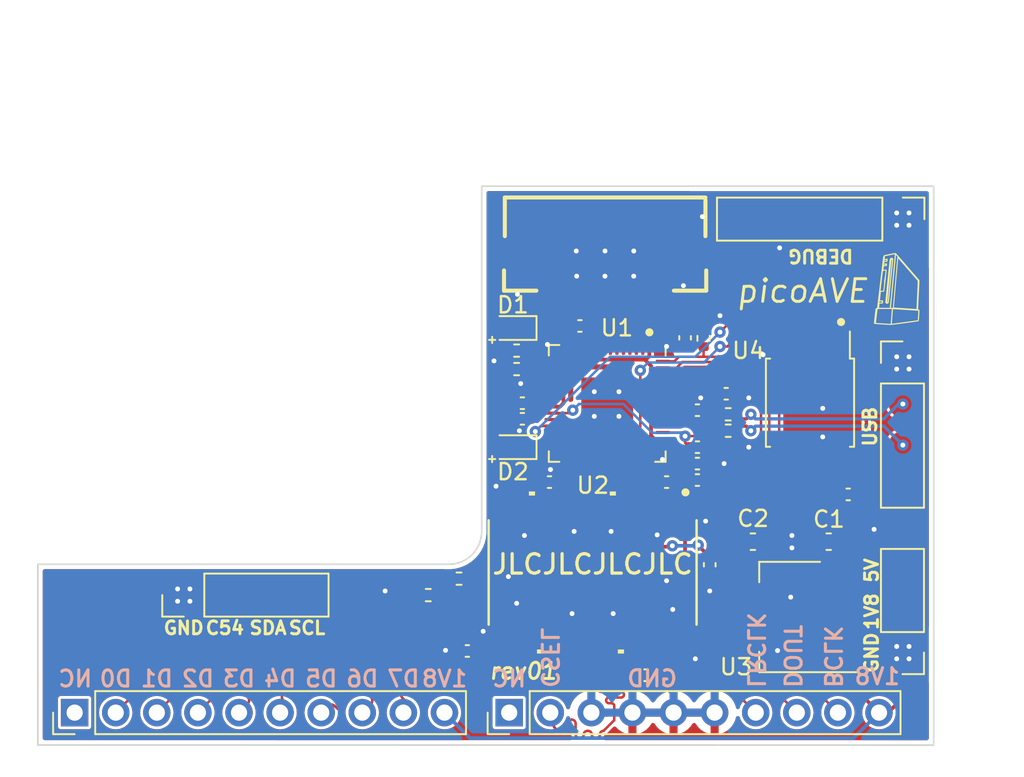
<source format=kicad_pcb>
(kicad_pcb (version 20221018) (generator pcbnew)
  (layers (0 "F.Cu" signal) (31 "B.Cu" signal) (34 "B.Paste" user) (35 "F.Paste" user) (36 "B.SilkS" user "B.Silkscreen") (37 "F.SilkS" user "F.Silkscreen") (38 "B.Mask" user) (39 "F.Mask" user) (44 "Edge.Cuts" user))
  (net 0 "")
  (net 2 "/SWCLK")
  (net 3 "/SWD")
  (net 4 "GND")
  (net 5 "/WII_54CLK")
  (net 6 "/WII_D0")
  (net 7 "/WII_D1")
  (net 8 "/WII_D2")
  (net 9 "/WII_D3")
  (net 10 "/WII_D4")
  (net 11 "/WII_D5")
  (net 12 "/WII_D6")
  (net 13 "/WII_D7")
  (net 14 "/WII_CSEL")
  (net 15 "/WII_DOUT")
  (net 16 "/WII_LRCLK")
  (net 17 "/WII_BCLK")
  (net 18 "/DVI_0+")
  (net 19 "/DVI_0-")
  (net 20 "/DVI_1+")
  (net 21 "/DVI_1-")
  (net 22 "/DVI_2+")
  (net 23 "/DVI_2-")
  (net 24 "/DVI_C+")
  (net 25 "/DVI_C-")
  (net 26 "/LED1")
  (net 27 "Net-(D1-A)")
  (net 28 "/USB_D-")
  (net 29 "/USB_D+")
  (net 30 "/I2C_CLK")
  (net 31 "/I2C_DATA")
  (net 32 "+1V1")
  (net 33 "+3V3")
  (net 34 "/LV_WII_54CLK")
  (net 35 "/LV_WII_D0")
  (net 36 "/LV_WII_D1")
  (net 37 "/LV_WII_D2")
  (net 38 "/LV_WII_D3")
  (net 39 "/LV_WII_D4")
  (net 40 "/LV_WII_D5")
  (net 41 "/LV_WII_D6")
  (net 42 "/LV_WII_D7")
  (net 43 "/LV_WII_CSEL")
  (net 44 "/LV_WII_DOUT")
  (net 45 "/LV_WII_LRCLK")
  (net 46 "/LV_WII_BCLK")
  (net 48 "+1V8")
  (net 50 "/QSPI_SD3")
  (net 51 "/QSPI_SCLK")
  (net 52 "/QSPI_SD0")
  (net 53 "/QSPI_SD2")
  (net 54 "/QSPI_SD1")
  (net 55 "/QSPI_SS")
  (net 56 "+5V")
  (net 57 "Net-(U1-USB_DP)")
  (net 58 "Net-(U1-USB_DM)")
  (net 62 "Net-(D2-A)")
  (net 63 "/TX")
  (net 64 "/RX")
  (net 66 "/LV_I2C_CLK")
  (net 67 "/LV_I2C_DATA")
  (net 69 "/LED0")
  (footprint "Capacitor_SMD:C_0402_1005Metric" (layer "F.Cu") (at 136.2736 105.6894 180)
    (fp_text reference "C16" hide)
    (fp_text value "100nF" hide)
  )
  (footprint "Capacitor_SMD:C_0603_1608Metric" (layer "F.Cu") (at 153.924 98.933)
    (fp_text reference "C2")
    (fp_text value "22uF" hide)
  )
  (footprint "library:LED_0603_1608Metric_plus" (layer "F.Cu") (at 139.065 93.091 180)
    (fp_text reference "D2")
    (fp_text value "LED" hide)
  )
  (footprint "Connector_PinHeader_2.54mm:PinHeader_1x04_P2.54mm_Vertical" (layer "F.Cu") (at 163.17032 87.884)
    (fp_text reference "J1" hide)
    (fp_text value "USB" hide)
  )
  (footprint "Capacitor_SMD:C_0402_1005Metric" (layer "F.Cu") (at 149.733 86.332 -90)
    (fp_text reference "C8" hide)
    (fp_text value "100nF" hide)
  )
  (footprint "Connector_PinHeader_2.54mm:PinHeader_1x04_P2.54mm_Vertical" (layer "F.Cu") (at 118.745 102.235 90)
    (fp_text reference "J6" hide)
    (fp_text value "Data0" hide)
  )
  (footprint "Capacitor_SMD:C_0402_1005Metric" (layer "F.Cu") (at 148.59 95.25)
    (fp_text reference "C10" hide)
    (fp_text value "100nF" hide)
  )
  (footprint "Capacitor_SMD:C_0402_1005Metric" (layer "F.Cu") (at 159.8168 96.012)
    (fp_text reference "C9" hide)
    (fp_text value "100nF" hide)
  )
  (footprint "Package_SO:SOIC-8_5.23x5.23mm_P1.27mm" (layer "F.Cu") (at 157.45532 90.341 -90)
    (fp_text reference "U4")
    (fp_text value "W25Q128JVS" hide)
  )
  (footprint "Capacitor_SMD:C_0402_1005Metric" (layer "F.Cu") (at 152.273 89.789)
    (fp_text reference "C3" hide)
    (fp_text value "100nF" hide)
  )
  (footprint "Connector_PinHeader_2.54mm:PinHeader_1x03_P2.54mm_Vertical" (layer "F.Cu") (at 163.17032 105.791 180)
    (fp_text reference "J5" hide)
    (fp_text value "Power" hide)
  )
  (footprint "Capacitor_SMD:C_0402_1005Metric" (layer "F.Cu") (at 139.6746 91.3384 180)
    (fp_text reference "C4" hide)
    (fp_text value "100nF" hide)
  )
  (footprint "Capacitor_SMD:C_0402_1005Metric" (layer "F.Cu") (at 139.6746 90.3732 180)
    (fp_text reference "C11" hide)
    (fp_text value "100nF" hide)
  )
  (footprint "Capacitor_SMD:C_0402_1005Metric" (layer "F.Cu") (at 150.495 90.805)
    (fp_text reference "C12" hide)
    (fp_text value "100nF" hide)
  )
  (footprint "Capacitor_SMD:C_0402_1005Metric" (layer "F.Cu") (at 143.23132 85.598 180)
    (fp_text reference "C7" hide)
    (fp_text value "100nF" hide)
  )
  (footprint "Capacitor_SMD:C_0402_1005Metric" (layer "F.Cu") (at 141.351 95.25 180)
    (fp_text reference "C15" hide)
    (fp_text value "100nF" hide)
  )
  (footprint "Connector_PinHeader_2.54mm:PinHeader_1x05_P2.54mm_Vertical" (layer "F.Cu") (at 163.195 78.994 -90)
    (fp_text reference "J7" hide)
    (fp_text value "Debug" hide)
  )
  (footprint "Resistor_SMD:R_0402_1005Metric" (layer "F.Cu") (at 139.319 87.122)
    (fp_text reference "R1" hide)
    (fp_text value "470" hide)
  )
  (footprint "Resistor_SMD:R_0402_1005Metric" (layer "F.Cu") (at 150.876 86.362 90)
    (fp_text reference "R3" hide)
    (fp_text value "10k" hide)
  )
  (footprint "Resistor_SMD:R_0402_1005Metric" (layer "F.Cu") (at 152.4 91.059 180)
    (fp_text reference "R4" hide)
    (fp_text value "33" hide)
  )
  (footprint "Package_DFN_QFN:QFN-56-1EP_7x7mm_P0.4mm_EP3.2x3.2mm" (layer "F.Cu") (at 144.92032 90.386 -90)
    (fp_text reference "U1")
    (fp_text value "RP2040" hide)
  )
  (footprint "Capacitor_SMD:C_0402_1005Metric" (layer "F.Cu") (at 151.257 100.358 -90)
    (fp_text reference "C14" hide)
    (fp_text value "100nF" hide)
  )
  (footprint "library:LED_0603_1608Metric_plus" (layer "F.Cu") (at 139.065 85.725 180)
    (fp_text reference "D1")
    (fp_text value "LED" hide)
  )
  (footprint "Capacitor_SMD:C_0402_1005Metric" (layer "F.Cu") (at 150.495 94.107)
    (fp_text reference "C6" hide)
    (fp_text value "1uF" hide)
  )
  (footprint "Resistor_SMD:R_0402_1005Metric" (layer "F.Cu") (at 152.4 92.075 180)
    (fp_text reference "R5" hide)
    (fp_text value "33" hide)
  )
  (footprint "Connector_PinHeader_2.54mm:PinHeader_1x10_P2.54mm_Vertical" (layer "F.Cu") (at 138.86 109.5 90)
    (fp_text reference "J4" hide)
    (fp_text value "Data2" hide)
  )
  (footprint "Capacitor_SMD:C_0603_1608Metric" (layer "F.Cu") (at 158.61 98.933 180)
    (fp_text reference "C1")
    (fp_text value "10uF" hide)
  )
  (footprint "Resistor_SMD:R_0402_1005Metric" (layer "F.Cu") (at 139.319 88.265)
    (fp_text reference "R2" hide)
    (fp_text value "470" hide)
  )
  (footprint "Connector_PinHeader_2.54mm:PinHeader_1x10_P2.54mm_Vertical" (layer "F.Cu") (at 112 109.5 90)
    (fp_text reference "J3" hide)
    (fp_text value "Data1" hide)
  )
  (footprint "Capacitor_SMD:C_0402_1005Metric" (layer "F.Cu") (at 150.495 93.091)
    (fp_text reference "C5" hide)
    (fp_text value "1uF" hide)
  )
  (footprint "library:wii" (layer "F.Cu") (at 162.814 83.312)
    (fp_text reference "G***" hide)
    (fp_text value "LOGO" hide)
  )
  (footprint "easyeda2kicad:FPC-SMD_P0.50-16P_FGS-XJ-H2.0" (layer "F.Cu") (at 144.791 82.4168)
    (fp_text reference "FFC1" hide)
    (fp_text value "AFC01-S16FCA-00" hide)
  )
  (footprint "Package_TO_SOT_SMD:SOT-223-3_TabPin2" (layer "F.Cu") (at 156.22532 103.5885 180)
    (fp_text reference "U3")
    (fp_text value "AMS1117-3.3" hide)
  )
  (footprint "library:DGG48" (layer "F.Cu") (at 144.018 100.838 -90)
    (fp_text reference "U2")
    (fp_text value "74AVC16T245DGGRE" hide)
  )
  (footprint "Capacitor_SMD:C_0402_1005Metric" (layer "F.Cu") (at 147.32 107.188)
    (fp_text reference "C17" hide)
    (fp_text value "100nF" hide)
  )
  (footprint "Resistor_SMD:R_0402_1005Metric" (layer "F.Cu") (at 135.761 101.219 180)
    (fp_text reference "R6" hide)
    (fp_text value "10k" hide)
  )
  (footprint "Resistor_SMD:R_0402_1005Metric" (layer "F.Cu") (at 133.858 102.235 180)
    (fp_text reference "R7" hide)
    (fp_text value "10k" hide)
  )
  (footprint "Capacitor_SMD:C_0402_1005Metric" (layer "F.Cu") (at 150.495 95.123)
    (fp_text reference "C13" hide)
    (fp_text value "100nF" hide)
  )
  (gr_circle (center 147.527406 85.99232) (end 147.677406 85.99232) (stroke (width 0.2)) (fill solid) (layer "F.SilkS"))
  (gr_circle (center 159.374103 85.35557) (end 159.524103 85.35557) (stroke (width 0.2)) (fill solid) (layer "F.SilkS"))
  (gr_circle (center 149.7584 95.885) (end 149.9084 95.885) (stroke (width 0.2)) (fill solid) (layer "F.SilkS"))
  (gr_arc (start 137.16 98.298) (mid 136.564841 99.73484) (end 135.128 100.33) (stroke (width 0.1)) (layer "Edge.Cuts"))
  (gr_line (start 137.16 98.298) (end 137.16 76.962) (stroke (width 0.1)) (layer "Edge.Cuts"))
  (gr_line (start 109.728 100.33) (end 135.128 100.33) (stroke (width 0.1)) (layer "Edge.Cuts"))
  (gr_line (start 109.728 111.5) (end 165.1 111.506) (stroke (width 0.1)) (layer "Edge.Cuts"))
  (gr_line (start 137.16 76.962) (end 165.1 76.962) (stroke (width 0.1)) (layer "Edge.Cuts"))
  (gr_line (start 109.728 111.5) (end 109.728 100.33) (stroke (width 0.1)) (layer "Edge.Cuts"))
  (gr_line (start 165.1 76.962) (end 165.1 111.506) (stroke (width 0.1)) (layer "Edge.Cuts"))
  (gr_text "NC" (at 138.86 106.82) (layer "B.SilkS") (effects (font (size 1 1) (thickness 0.1875) bold) (justify top mirror)))
  (gr_text "LRCLK" (at 154.11 108.07 -90) (layer "B.SilkS") (effects (font (size 1 1) (thickness 0.1875) bold) (justify left mirror)))
  (gr_text "D3" (at 122.16 106.82) (layer "B.SilkS") (effects (font (size 1 1) (thickness 0.1875) bold) (justify top mirror)))
  (gr_text "D6" (at 129.78 106.82) (layer "B.SilkS") (effects (font (size 1 1) (thickness 0.1875) bold) (justify top mirror)))
  (gr_text "D4" (at 124.7 106.82) (layer "B.SilkS") (effects (font (size 1 1) (thickness 0.1875) bold) (justify top mirror)))
  (gr_text "D5" (at 127.24 106.82) (layer "B.SilkS") (effects (font (size 1 1) (thickness 0.1875) bold) (justify top mirror)))
  (gr_text "DOUT" (at 156.36 108.07 -90) (layer "B.SilkS") (effects (font (size 1 1) (thickness 0.1875) bold) (justify left mirror)))
  (gr_text "D7" (at 132.32 106.82) (layer "B.SilkS") (effects (font (size 1 1) (thickness 0.1875) bold) (justify top mirror)))
  (gr_text "1V8" (at 161.61 106.68) (layer "B.SilkS") (effects (font (size 1 1) (thickness 0.1875) bold) (justify top mirror)))
  (gr_text "1V8" (at 134.86 106.82) (layer "B.SilkS") (effects (font (size 1 1) (thickness 0.1875) bold) (justify top mirror)))
  (gr_text "D0" (at 114.54 106.82) (layer "B.SilkS") (effects (font (size 1 1) (thickness 0.1875) bold) (justify top mirror)))
  (gr_text "D2" (at 119.62 106.82) (layer "B.SilkS") (effects (font (size 1 1) (thickness 0.1875) bold) (justify top mirror)))
  (gr_text "D1" (at 117.08 106.82) (layer "B.SilkS") (effects (font (size 1 1) (thickness 0.1875) bold) (justify top mirror)))
  (gr_text "NC" (at 112.04 106.82) (layer "B.SilkS") (effects (font (size 1 1) (thickness 0.1875) bold) (justify top mirror)))
  (gr_text "CSEL" (at 141.36 108.07 -90) (layer "B.SilkS") (effects (font (size 1 1) (thickness 0.1875) bold) (justify left mirror)))
  (gr_text "GND" (at 147.701 106.807) (layer "B.SilkS") (effects (font (size 1 1) (thickness 0.1875) bold) (justify top mirror)))
  (gr_text "BCLK" (at 158.86 108.07 -90) (layer "B.SilkS") (effects (font (size 1 1) (thickness 0.1875) bold) (justify left mirror)))
  (gr_text "1V8" (at 161.26532 103.251 90) (layer "F.SilkS") (effects (font (size 0.8 0.8) (thickness 0.18) bold)))
  (gr_text "C54" (at 121.285 104.267) (layer "F.SilkS") (effects (font (size 0.8 0.8) (thickness 0.18) bold)))
  (gr_text "rev01" (at 137.541 106.934) (layer "F.SilkS") (effects (font (size 1 1) (thickness 0.18) italic) (justify left)))
  (gr_text "5V" (at 161.26532 100.711 90) (layer "F.SilkS") (effects (font (size 0.8 0.8) (thickness 0.18) bold)))
  (gr_text "DEBUG" (at 158.115 81.28 180) (layer "F.SilkS") (effects (font (size 0.8 0.8) (thickness 0.18) bold)))
  (gr_text "picoAVE" (at 156.972 83.439) (layer "F.SilkS") (effects (font (size 1.4 1.4) (thickness 0.18) italic)))
  (gr_text "SCL" (at 126.365 104.267) (layer "F.SilkS") (effects (font (size 0.8 0.8) (thickness 0.18) bold)))
  (gr_text "JLCJLCJLCJLC" (at 144.018 100.33) (layer "F.SilkS") (effects (font (size 1.2 1.2) (thickness 0.2) bold)))
  (gr_text "USB" (at 161.163 91.821 90) (layer "F.SilkS") (effects (font (size 0.8 0.8) (thickness 0.18) bold)))
  (gr_text "GND" (at 161.26532 105.791 90) (layer "F.SilkS") (effects (font (size 0.8 0.8) (thickness 0.18) bold)))
  (gr_text "SDA" (at 123.952 104.267) (layer "F.SilkS") (effects (font (size 0.8 0.8) (thickness 0.18) bold)))
  (gr_text "GND" (at 118.745 104.267) (layer "F.SilkS") (effects (font (size 0.8 0.8) (thickness 0.18) bold)))
  (segment (start 141.48282 91.386) (end 142.32616 91.386) (width 0.1524) (layer "F.Cu") (net 2))
  (segment (start 152.3492 86.868) (end 151.892 86.868) (width 0.1524) (layer "F.Cu") (net 2))
  (segment (start 160.2232 78.994) (end 152.3492 86.868) (width 0.1524) (layer "F.Cu") (net 2))
  (segment (start 143.52316 92.583) (end 146.43132 92.583) (width 0.1524) (layer "F.Cu") (net 2))
  (segment (start 142.32616 91.386) (end 143.52316 92.583) (width 0.1524) (layer "F.Cu") (net 2))
  (segment (start 146.96442 92.0499) (end 146.96442 88.3419) (width 0.1524) (layer "F.Cu") (net 2))
  (segment (start 146.43132 92.583) (end 146.96442 92.0499) (width 0.1524) (layer "F.Cu") (net 2))
  (segment (start 160.655 78.994) (end 160.2232 78.994) (width 0.1524) (layer "F.Cu") (net 2))
  (via (at 151.892 86.868) (size 0.7) (drill 0.3) (layers "F.Cu" "B.Cu") (net 2))
  (via (at 146.96442 88.3419) (size 0.7) (drill 0.3) (layers "F.Cu" "B.Cu") (net 2))
  (segment (start 147.44772 87.8586) (end 146.96442 88.3419) (width 0.1524) (layer "B.Cu") (net 2))
  (segment (start 150.9014 87.8586) (end 147.44772 87.8586) (width 0.1524) (layer "B.Cu") (net 2))
  (segment (start 151.892 86.868) (end 150.9014 87.8586) (width 0.1524) (layer "B.Cu") (net 2))
  (segment (start 157.10259 80.768409) (end 156.0195 81.8515) (width 0.1524) (layer "F.Cu") (net 3))
  (segment (start 155.50673 82.858776) (end 155.329718 83.035789) (width 0.1524) (layer "F.Cu") (net 3))
  (segment (start 140.476476 92.123995) (end 140.814471 91.786) (width 0.1524) (layer "F.Cu") (net 3))
  (segment (start 155.06252 81.743049) (end 155.062519 81.743049) (width 0.1524) (layer "F.Cu") (net 3))
  (segment (start 154.213974 82.59156) (end 154.213973 82.59156) (width 0.1524) (layer "F.Cu") (net 3))
  (segment (start 155.506729 82.858777) (end 155.50673 82.858776) (width 0.1524) (layer "F.Cu") (net 3))
  (segment (start 154.213973 83.015824) (end 154.322441 83.124292) (width 0.1524) (layer "F.Cu") (net 3))
  (segment (start 155.170969 82.275763) (end 155.50673 82.611524) (width 0.1524) (layer "F.Cu") (net 3))
  (segment (start 155.082466 83.035789) (end 155.082466 83.035788) (width 0.1524) (layer "F.Cu") (net 3))
  (segment (start 155.595234 81.8515) (end 155.595235 81.8515) (width 0.1524) (layer "F.Cu") (net 3))
  (segment (start 155.062519 82.167313) (end 155.170969 82.275763) (width 0.1524) (layer "F.Cu") (net 3))
  (segment (start 158.115 78.994) (end 157.10259 80.00641) (width 0.1524) (layer "F.Cu") (net 3))
  (segment (start 154.322442 83.548557) (end 151.892 85.979) (width 0.1524) (layer "F.Cu") (net 3))
  (segment (start 155.595235 81.8515) (end 155.486784 81.743049) (width 0.1524) (layer "F.Cu") (net 3))
  (segment (start 140.814471 91.786) (end 141.48282 91.786) (width 0.1524) (layer "F.Cu") (net 3))
  (segment (start 155.082466 83.035788) (end 154.638238 82.59156) (width 0.1524) (layer "F.Cu") (net 3))
  (segment (start 154.322441 83.548556) (end 154.322442 83.548557) (width 0.1524) (layer "F.Cu") (net 3))
  (segment (start 157.10259 80.00641) (end 157.10259 80.768409) (width 0.1524) (layer "F.Cu") (net 3))
  (via (at 151.892 85.979) (size 0.7) (drill 0.3) (layers "F.Cu" "B.Cu") (net 3))
  (via (at 140.476476 92.123995) (size 0.7) (drill 0.3) (layers "F.Cu" "B.Cu") (net 3))
  (arc (start 155.329718 83.035789) (mid 155.206092 83.086997) (end 155.082466 83.035789) (width 0.1524) (layer "F.Cu") (net 3))
  (arc (start 154.322441 83.124292) (mid 154.410309 83.336424) (end 154.322441 83.548556) (width 0.1524) (layer "F.Cu") (net 3))
  (arc (start 155.062519 81.743049) (mid 154.974651 81.955181) (end 155.062519 82.167313) (width 0.1524) (layer "F.Cu") (net 3))
  (arc (start 154.213973 82.59156) (mid 154.126105 82.803692) (end 154.213973 83.015824) (width 0.1524) (layer "F.Cu") (net 3))
  (arc (start 156.0195 81.8515) (mid 155.807367 81.939368) (end 155.595234 81.8515) (width 0.1524) (layer "F.Cu") (net 3))
  (arc (start 155.486784 81.743049) (mid 155.274652 81.655181) (end 155.06252 81.743049) (width 0.1524) (layer "F.Cu") (net 3))
  (arc (start 155.50673 82.611524) (mid 155.557937 82.735151) (end 155.506729 82.858777) (width 0.1524) (layer "F.Cu") (net 3))
  (arc (start 154.638238 82.59156) (mid 154.426106 82.503692) (end 154.213974 82.59156) (width 0.1524) (layer "F.Cu") (net 3))
  (segment (start 140.483617 92.123995) (end 145.104612 87.503) (width 0.1524) (layer "B.Cu") (net 3))
  (segment (start 145.104612 87.503) (end 150.368 87.503) (width 0.1524) (layer "B.Cu") (net 3))
  (segment (start 150.368 87.503) (end 151.892 85.979) (width 0.1524) (layer "B.Cu") (net 3))
  (segment (start 140.476476 92.123995) (end 140.483617 92.123995) (width 0.1524) (layer "B.Cu") (net 3))
  (segment (start 139.491222 92.075) (end 139.491222 91.635022) (width 0.2286) (layer "F.Cu") (net 4))
  (segment (start 142.75132 85.598) (end 143.02532 85.324) (width 0.2286) (layer "F.Cu") (net 4))
  (segment (start 142.768 104.638851) (end 142.730319 104.60117) (width 0.2286) (layer "F.Cu") (net 4))
  (segment (start 142.875 98.298) (end 142.730319 98.431999) (width 0.2286) (layer "F.Cu") (net 4))
  (segment (start 139.573 89.1603) (end 139.7987 89.386) (width 0.2286) (layer "F.Cu") (net 4))
  (segment (start 145.230319 98.367319) (end 145.161 98.298) (width 0.2286) (layer "F.Cu") (net 4))
  (segment (start 154.559 87.122) (end 154.94 86.741) (width 0.2286) (layer "F.Cu") (net 4))
  (segment (start 149.5451 95.7251) (end 149.787272 95.7251) (width 0.2286) (layer "F.Cu") (net 4))
  (segment (start 139.1946 90.3732) (end 139.1946 91.3384) (width 0.2286) (layer "F.Cu") (net 4))
  (segment (start 151.003 96.940828) (end 151.003 97.663) (width 0.2286) (layer "F.Cu") (net 4))
  (segment (start 142.875 98.298) (end 142.768 98.191) (width 0.2286) (layer "F.Cu") (net 4))
  (segment (start 145.288 104.618851) (end 145.268 104.638851) (width 0.2286) (layer "F.Cu") (net 4))
  (segment (start 150.975 90.805) (end 150.975 90.3198) (width 0.2286) (layer "F.Cu") (net 4))
  (segment (start 134.9663 105.6894) (end 134.9248 105.6479) (width 0.2286) (layer "F.Cu") (net 4))
  (segment (start 145.230319 98.228681) (end 145.230319 97.07483) (width 0.2286) (layer "F.Cu") (net 4))
  (segment (start 149.787272 95.7251) (end 151.003 96.940828) (width 0.2286) (layer "F.Cu") (net 4))
  (segment (start 139.491222 92.075) (end 139.8525 92.436278) (width 0.2286) (layer "F.Cu") (net 4))
  (segment (start 153.416 89.789) (end 153.67 90.043) (width 0.2286) (layer "F.Cu") (net 4))
  (segment (start 135.7936 105.6894) (end 134.9663 105.6894) (width 0.2286) (layer "F.Cu") (net 4))
  (segment (start 139.7987 89.386) (end 141.48282 89.386) (width 0.2286) (layer "F.Cu") (net 4))
  (segment (start 148.646 86.812) (end 148.59 86.868) (width 0.2286) (layer "F.Cu") (net 4))
  (segment (start 147.8 107.188) (end 149.02 108.408) (width 0.2286) (layer "F.Cu") (net 4))
  (segment (start 142.768 98.191) (end 142.768 97.037149) (width 0.2286) (layer "F.Cu") (net 4))
  (segment (start 154.559 87.376) (end 154.559 87.122) (width 0.2286) (layer "F.Cu") (net 4))
  (segment (start 142.748 103.378) (end 142.730319 103.752001) (width 0.2286) (layer "F.Cu") (net 4))
  (segment (start 141.413101 94.473319) (end 141.413101 94.707899) (width 0.2286) (layer "F.Cu") (net 4))
  (segment (start 149.07 95.25) (end 149.5451 95.7251) (width 0.2286) (layer "F.Cu") (net 4))
  (segment (start 145.268 104.638851) (end 145.230319 104.60117) (width 0.2286) (layer "F.Cu") (net 4))
  (segment (start 149.07 94.587) (end 148.336 93.853) (width 0.2286) (layer "F.Cu") (net 4))
  (segment (start 149.733 86.812) (end 148.646 86.812) (width 0.2286) (layer "F.Cu") (net 4))
  (segment (start 154.94 86.741) (end 155.55032 86.741) (width 0.2286) (layer "F.Cu") (net 4))
  (segment (start 143.02532 85.324) (end 143.02532 83.765) (width 0.2286) (layer "F.Cu") (net 4))
  (segment (start 141.413101 94.707899) (end 140.871 95.25) (width 0.2286) (layer "F.Cu") (net 4))
  (segment (start 139.8525 92.436278) (end 139.8525 93.091) (width 0.2286) (layer "F.Cu") (net 4))
  (segment (start 145.230319 98.458001) (end 145.230319 98.367319) (width 0.2286) (layer "F.Cu") (net 4))
  (segment (start 139.491222 91.635022) (end 139.1946 91.3384) (width 0.2286) (layer "F.Cu") (net 4))
  (segment (start 145.288 103.378) (end 145.288 104.618851) (width 0.2286) (layer "F.Cu") (net 4))
  (segment (start 152.753 89.789) (end 153.416 89.789) (width 0.2286) (layer "F.Cu") (net 4))
  (segment (start 150.975 90.3198) (end 150.6982 90.043) (width 0.2286) (layer "F.Cu") (net 4))
  (segment (start 149.02 108.408) (end 149.02 109.5) (width 0.2286) (layer "F.Cu") (net 4))
  (segment (start 142.730319 104.60117) (end 142.748 103.378) (width 0.2286) (layer "F.Cu") (net 4))
  (segment (start 145.161 98.298) (end 145.230319 98.228681) (width 0.2286) (layer "F.Cu") (net 4))
  (segment (start 149.07 95.25) (end 149.07 94.587) (width 0.2286) (layer "F.Cu") (net 4))
  (via (at 141.413101 94.473319) (size 0.7) (drill 0.3) (layers "F.Cu" "B.Cu") (net 4))
  (via (at 151.257 101.981) (size 0.7) (drill 0.3) (layers "F.Cu" "B.Cu") (net 4))
  (via (at 163.576 79.375) (size 0.7) (drill 0.3) (layers "F.Cu" "B.Cu") (net 4))
  (via (at 142.875 98.298) (size 0.7) (drill 0.3) (layers "F.Cu" "B.Cu") (net 4))
  (via (at 151.003 97.663) (size 0.7) (drill 0.3) (layers "F.Cu" "B.Cu") (net 4))
  (via (at 162.814 106.172) (size 0.7) (drill 0.3) (layers "F.Cu" "B.Cu") (net 4))
  (via (at 146.562 80.965) (size 0.7) (drill 0.3) (layers "F.Cu" "B.Cu") (net 4))
  (via (at 162.814 88.265) (size 0.7) (drill 0.3) (layers "F.Cu" "B.Cu") (net 4))
  (via (at 119.126 102.616) (size 0.7) (drill 0.3) (layers "F.Cu" "B.Cu") (net 4))
  (via (at 139.80232 98.552) (size 0.7) (drill 0.3) (layers "F.Cu" "B.Cu") (net 4))
  (via (at 118.364 102.616) (size 0.7) (drill 0.3) (layers "F.Cu" "B.Cu") (net 4))
  (via (at 143.006 80.965) (size 0.7) (drill 0.3) (layers "F.Cu" "B.Cu") (net 4))
  (via (at 148.59 86.868) (size 0.7) (drill 0.3) (layers "F.Cu" "B.Cu") (net 4))
  (via (at 154.559 87.376) (size 0.7) (drill 0.3) (layers "F.Cu" "B.Cu") (net 4))
  (via (at 138.811 101.092) (size 0.7) (drill 0.3) (layers "F.Cu" "B.Cu") (net 4))
  (via (at 145.64432 89.662) (size 0.7) (drill 0.3) (layers "F.Cu" "B.Cu") (net 4))
  (via (at 153.67 93.091) (size 0.7) (drill 0.3) (layers "F.Cu" "B.Cu") (net 4))
  (via (at 137.922 87.757) (size 0.7) (drill 0.3) (layers "F.Cu" "B.Cu") (net 4))
  (via (at 158.242 90.6925) (size 0.7) (drill 0.3) (layers "F.Cu" "B.Cu") (net 4))
  (via (at 148.59 101.346) (size 0.7) (drill 0.3) (layers "F.Cu" "B.Cu") (net 4))
  (via (at 150.6982 90.043) (size 0.7) (drill 0.3) (layers "F.Cu" "B.Cu") (net 4))
  (via (at 144.78 82.521711) (size 0.7) (drill 0.3) (layers "F.Cu" "B.Cu") (net 4))
  (via (at 137.253325 104.472732) (size 0.7) (drill 0.3) (layers "F.Cu" "B.Cu") (net 4))
  (via (at 153.67 90.043) (size 0.7) (drill 0.3) (layers "F.Cu" "B.Cu") (net 4))
  (via (at 163.576 87.503) (size 0.7) (drill 0.3) (layers "F.Cu" "B.Cu") (net 4))
  (via (at 161.417 98.171) (size 0.7) (drill 0.3) (layers "F.Cu" "B.Cu") (net 4))
  (via (at 163.576 105.41) (size 0.7) (drill 0.3) (layers "F.Cu" "B.Cu") (net 4))
  (via (at 162.814 105.41) (size 0.7) (drill 0.3) (layers "F.Cu" "B.Cu") (net 4))
  (via (at 139.491222 92.075) (size 0.7) (drill 0.3) (layers "F.Cu" "B.Cu") (net 4))
  (via (at 156.337 99.314) (size 0.7) (drill 0.3) (layers "F.Cu" "B.Cu") (net 4))
  (via (at 144.12032 91.186) (size 0.7) (drill 0.3) (layers "F.Cu" "B.Cu") (net 4))
  (via (at 155.448 105.664) (size 0.7) (drill 0.3) (layers "F.Cu" "B.Cu") (net 4))
  (via (at 144.784 80.965) (size 0.7) (drill 0.3) (layers "F.Cu" "B.Cu") (net 4))
  (via (at 145.288 103.378) (size 0.7) (drill 0.3) (layers "F.Cu" "B.Cu") (net 4))
  (via (at 149.6314 83.1088) (size 0.7) (drill 0.3) (layers "F.Cu" "B.Cu") (net 4))
  (via (at 156.2608 102.362) (size 0.7) (drill 0.3) (layers "F.Cu" "B.Cu") (net 4))
  (via (at 163.576 106.172) (size 0.7) (drill 0.3) (layers "F.Cu" "B.Cu") (net 4))
  (via (at 148.006859 98.510547) (size 0.7) (drill 0.3) (layers "F.Cu" "B.Cu") (net 4))
  (via (at 139.32309 102.742965) (size 0.7) (drill 0.3) (layers "F.Cu" "B.Cu") (net 4))
  (via (at 141.224 86.741) (size 0.7) (drill 0.3) (layers "F.Cu" "B.Cu") (net 4))
  (via (at 144.12032 89.662) (size 0.7) (drill 0.3) (layers "F.Cu" "B.Cu") (net 4))
  (via (at 151.892 84.963) (size 0.7) (drill 0.3) (layers "F.Cu" "B.Cu") (net 4))
  (via (at 162.814 87.503) (size 0.7) (drill 0.3) (layers "F.Cu" "B.Cu") (net 4))
  (via (at 156.337 98.552) (size 0.7) (drill 0.3) (layers "F.Cu" "B.Cu") (net 4))
  (via (at 139.3698 83.6422) (size 0.7) (drill 0.3) (layers "F.Cu" "B.Cu") (net 4))
  (via (at 138.049 95.504) (size 0.7) (drill 0.3) (layers "F.Cu" "B.Cu") (net 4))
  (via (at 145.161 98.298) (size 0.7) (drill 0.3) (layers "F.Cu" "B.Cu") (net 4))
  (via (at 163.576 78.613) (size 0.7) (drill 0.3) (layers "F.Cu" "B.Cu") (net 4))
  (via (at 155.575 80.772) (size 0.7) (drill 0.3) (layers "F.Cu" "B.Cu") (net 4))
  (via (at 150.368 106.172) (size 0.7) (drill 0.3) (layers "F.Cu" "B.Cu") (net 4))
  (via (at 142.748 103.378) (size 0.7) (drill 0.3) (layers "F.Cu" "B.Cu") (net 4))
  (via (at 146.558 82.521711) (size 0.7) (drill 0.3) (layers "F.Cu" "B.Cu") (net 4))
  (via (at 148.336 93.853) (size 0.7) (drill 0.3) (layers "F.Cu" "B.Cu") (net 4))
  (via (at 143.031083 82.521711) (size 0.7) (drill 0.3) (layers "F.Cu" "B.Cu") (net 4))
  (via (at 158.242 92.456) (size 0.7) (drill 0.3) (layers "F.Cu" "B.Cu") (net 4))
  (via (at 139.573 89.1603) (size 0.7) (drill 0.3) (layers "F.Cu" "B.Cu") (net 4))
  (via (at 148.971 103.124) (size 0.7) (drill 0.3) (layers "F.Cu" "B.Cu") (net 4))
  (via (at 150.7998 78.8416) (size 0.7) (drill 0.3) (layers "F.Cu" "B.Cu") (net 4))
  (via (at 134.9248 105.6479) (size 0.7) (drill 0.3) (layers "F.Cu" "B.Cu") (net 4))
  (via (at 119.126 101.854) (size 0.7) (drill 0.3) (layers "F.Cu" "B.Cu") (net 4))
  (via (at 162.814 79.375) (size 0.7) (drill 0.3) (layers "F.Cu" "B.Cu") (net 4))
  (via (at 152.146 94.107) (size 0.7) (drill 0.3) (layers "F.Cu" "B.Cu") (net 4))
  (via (at 118.364 101.854) (size 0.7) (drill 0.3) (layers "F.Cu" "B.Cu") (net 4))
  (via (at 163.576 88.265) (size 0.7) (drill 0.3) (layers "F.Cu" "B.Cu") (net 4))
  (via (at 131.191 101.981) (size 0.7) (drill 0.3) (layers "F.Cu" "B.Cu") (net 4))
  (via (at 162.814 78.613) (size 0.7) (drill 0.3) (layers "F.Cu" "B.Cu") (net 4))
  (via (at 145.64432 91.186) (size 0.7) (drill 0.3) (layers "F.Cu" "B.Cu") (net 4))
  (segment (start 138.768 94.15) (end 139.065 93.853) (width 0.1524) (layer "F.Cu") (net 5))
  (segment (start 138.89092 89.786) (end 141.48282 89.786) (width 0.1524) (layer "F.Cu") (net 5))
  (segment (start 139.065 93.853) (end 139.065 92.60768) (width 0.1524) (layer "F.Cu") (net 5))
  (segment (start 139.065 92.60768) (end 138.53232 92.075) (width 0.1524) (layer "F.Cu") (net 5))
  (segment (start 138.53232 92.075) (end 138.53232 90.1446) (width 0.1524) (layer "F.Cu") (net 5))
  (segment (start 138.768 97.037149) (end 138.768 94.15) (width 0.1524) (layer "F.Cu") (net 5))
  (segment (start 138.53232 90.1446) (end 138.89092 89.786) (width 0.1524) (layer "F.Cu") (net 5))
  (segment (start 140.767999 96.176867) (end 140.767999 97.037149) (width 0.1524) (layer "F.Cu") (net 6))
  (segment (start 140.337 94.663839) (end 140.337 95.745868) (width 0.1524) (layer "F.Cu") (net 6))
  (segment (start 142.296701 93.847119) (end 141.15372 93.847119) (width 0.1524) (layer "F.Cu") (net 6))
  (segment (start 140.337 95.745868) (end 140.767999 96.176867) (width 0.1524) (layer "F.Cu") (net 6))
  (segment (start 142.32032 93.8235) (end 142.296701 93.847119) (width 0.1524) (layer "F.Cu") (net 6))
  (segment (start 141.15372 93.847119) (end 140.337 94.663839) (width 0.1524) (layer "F.Cu") (net 6))
  (segment (start 142.72032 95.27768) (end 141.767999 96.230001) (width 0.1524) (layer "F.Cu") (net 7))
  (segment (start 141.767999 96.230001) (end 141.767999 97.037149) (width 0.1524) (layer "F.Cu") (net 7))
  (segment (start 142.72032 93.8235) (end 142.72032 95.27768) (width 0.1524) (layer "F.Cu") (net 7))
  (segment (start 143.12032 93.8235) (end 143.12032 95.32218) (width 0.1524) (layer "F.Cu") (net 8))
  (segment (start 142.268001 96.174499) (end 142.268001 97.037149) (width 0.1524) (layer "F.Cu") (net 8))
  (segment (start 143.12032 95.32218) (end 142.268001 96.174499) (width 0.1524) (layer "F.Cu") (net 8))
  (segment (start 143.52032 95.62068) (end 143.267999 95.873001) (width 0.1524) (layer "F.Cu") (net 9))
  (segment (start 143.52032 93.8235) (end 143.52032 95.62068) (width 0.1524) (layer "F.Cu") (net 9))
  (segment (start 143.267999 95.873001) (end 143.267999 97.037149) (width 0.1524) (layer "F.Cu") (net 9))
  (segment (start 144.32032 95.45568) (end 143.768 96.008) (width 0.1524) (layer "F.Cu") (net 10))
  (segment (start 143.768 96.008) (end 143.768 97.037149) (width 0.1524) (layer "F.Cu") (net 10))
  (segment (start 144.32032 95.45568) (end 144.32032 93.8235) (width 0.1524) (layer "F.Cu") (net 10))
  (segment (start 144.72032 95.56368) (end 144.72032 93.8235) (width 0.1524) (layer "F.Cu") (net 11))
  (segment (start 144.268 96.016) (end 144.72032 95.56368) (width 0.1524) (layer "F.Cu") (net 11))
  (segment (start 144.268 97.037149) (end 144.268 96.016) (width 0.1524) (layer "F.Cu") (net 11))
  (segment (start 144.768001 96.023999) (end 145.12032 95.67168) (width 0.1524) (layer "F.Cu") (net 12))
  (segment (start 144.768001 97.037149) (end 144.768001 96.023999) (width 0.1524) (layer "F.Cu") (net 12))
  (segment (start 145.12032 95.67168) (end 145.12032 93.8235) (width 0.1524) (layer "F.Cu") (net 12))
  (segment (start 145.767999 95.944543) (end 145.52032 95.696864) (width 0.1524) (layer "F.Cu") (net 13))
  (segment (start 145.767999 97.037149) (end 145.767999 95.944543) (width 0.1524) (layer "F.Cu") (net 13))
  (segment (start 145.52032 95.696864) (end 145.52032 93.8235) (width 0.1524) (layer "F.Cu") (net 13))
  (segment (start 146.268001 97.037149) (end 146.268001 95.976001) (width 0.1524) (layer "F.Cu") (net 14))
  (segment (start 146.268001 95.976001) (end 145.92032 95.62832) (width 0.1524) (layer "F.Cu") (net 14))
  (segment (start 145.92032 95.62832) (end 145.92032 93.8235) (width 0.1524) (layer "F.Cu") (net 14))
  (segment (start 146.72032 95.274331) (end 146.72032 93.8235) (width 0.1524) (layer "F.Cu") (net 15))
  (segment (start 147.768 96.322011) (end 146.72032 95.274331) (width 0.1524) (layer "F.Cu") (net 15))
  (segment (start 147.768 97.037149) (end 147.768 96.322011) (width 0.1524) (layer "F.Cu") (net 15))
  (segment (start 147.268001 97.037149) (end 147.268001 96.288985) (width 0.1524) (layer "F.Cu") (net 16))
  (segment (start 147.268001 96.288985) (end 146.32032 95.341304) (width 0.1524) (layer "F.Cu") (net 16))
  (segment (start 146.32032 95.341304) (end 146.32032 93.8235) (width 0.1524) (layer "F.Cu") (net 16))
  (segment (start 148.768001 96.1827) (end 148.768001 97.037149) (width 0.1524) (layer "F.Cu") (net 17))
  (segment (start 148.597301 96.012) (end 148.768001 96.1827) (width 0.1524) (layer "F.Cu") (net 17))
  (segment (start 147.12032 93.8235) (end 147.12032 95.2792) (width 0.1524) (layer "F.Cu") (net 17))
  (segment (start 147.12032 95.2792) (end 147.85312 96.012) (width 0.1524) (layer "F.Cu") (net 17))
  (segment (start 147.85312 96.012) (end 148.597301 96.012) (width 0.1524) (layer "F.Cu") (net 17))
  (segment (start 144.02532 83.765) (end 144.02532 84.487) (width 0.2) (layer "F.Cu") (net 18))
  (segment (start 144.72032 85.182) (end 144.72032 86.9485) (width 0.2) (layer "F.Cu") (net 18))
  (segment (start 144.02532 84.487) (end 144.72032 85.182) (width 0.2) (layer "F.Cu") (net 18))
  (segment (start 143.52532 83.765) (end 143.52532 84.52112) (width 0.2) (layer "F.Cu") (net 19))
  (segment (start 144.0144 85.0102) (end 144.024378 85.0102) (width 0.2) (layer "F.Cu") (net 19))
  (segment (start 144.024378 85.0102) (end 144.32032 85.306142) (width 0.2) (layer "F.Cu") (net 19))
  (segment (start 144.32032 85.306142) (end 144.32032 86.9485) (width 0.2) (layer "F.Cu") (net 19))
  (segment (start 143.52532 84.52112) (end 144.0144 85.0102) (width 0.2) (layer "F.Cu") (net 19))
  (segment (start 145.52032 85.23868) (end 145.52032 86.9485) (width 0.2) (layer "F.Cu") (net 20))
  (segment (start 146.034 83.765) (end 146.034 84.725) (width 0.2) (layer "F.Cu") (net 20))
  (segment (start 146.034 84.725) (end 145.52032 85.23868) (width 0.2) (layer "F.Cu") (net 20))
  (segment (start 145.52532 86.9435) (end 145.52032 86.9485) (width 0.2) (layer "F.Cu") (net 20))
  (segment (start 145.534 83.765) (end 145.534 84.6206) (width 0.2) (layer "F.Cu") (net 21))
  (segment (start 145.12032 85.03428) (end 145.12032 86.9485) (width 0.2) (layer "F.Cu") (net 21))
  (segment (start 145.534 84.6206) (end 145.12032 85.03428) (width 0.2) (layer "F.Cu") (net 21))
  (segment (start 147.534 83.765) (end 147.534 84.5966) (width 0.2) (layer "F.Cu") (net 22))
  (segment (start 147.534 84.5966) (end 146.32032 85.81028) (width 0.2) (layer "F.Cu") (net 22))
  (segment (start 146.32032 85.81028) (end 146.32032 86.9485) (width 0.2) (layer "F.Cu") (net 22))
  (segment (start 147.034 83.765) (end 147.034 84.506439) (width 0.2) (layer "F.Cu") (net 23))
  (segment (start 147.034 84.506439) (end 145.92032 85.620119) (width 0.2) (layer "F.Cu") (net 23))
  (segment (start 145.92032 85.620119) (end 145.92032 86.9485) (width 0.2) (layer "F.Cu") (net 23))
  (segment (start 142.19352 85.06028) (end 142.52532 84.72848) (width 0.2) (layer "F.Cu") (net 24))
  (segment (start 142.72032 86.484) (end 142.19352 85.9572) (width 0.2) (layer "F.Cu") (net 24))
  (segment (start 142.52532 84.72848) (end 142.52532 83.765) (width 0.2) (layer "F.Cu") (net 24))
  (segment (start 142.72032 86.9485) (end 142.72032 86.484) (width 0.2) (layer "F.Cu") (net 24))
  (segment (start 142.19352 85.9572) (end 142.19352 85.06028) (width 0.2) (layer "F.Cu") (net 24))
  (segment (start 142.02532 84.616632) (end 142.02532 83.765) (width 0.2) (layer "F.Cu") (net 25))
  (segment (start 142.32032 86.74512) (end 141.73592 86.16072) (width 0.2) (layer "F.Cu") (net 25))
  (segment (start 141.73592 86.16072) (end 141.73592 84.906032) (width 0.2) (layer "F.Cu") (net 25))
  (segment (start 142.32032 86.9485) (end 142.32032 86.74512) (width 0.2) (layer "F.Cu") (net 25))
  (segment (start 141.73592 84.906032) (end 142.02532 84.616632) (width 0.2) (layer "F.Cu") (net 25))
  (segment (start 141.48282 88.186) (end 139.908 88.186) (width 0.1524) (layer "F.Cu") (net 26))
  (segment (start 139.908 88.186) (end 139.829 88.265) (width 0.1524) (layer "F.Cu") (net 26))
  (segment (start 138.809 87.122) (end 138.809 86.2565) (width 0.1524) (layer "F.Cu") (net 27))
  (segment (start 138.809 86.2565) (end 138.2775 85.725) (width 0.1524) (layer "F.Cu") (net 27))
  (segment (start 153.192999 91.792001) (end 152.91 92.075) (width 0.2) (layer "F.Cu") (net 28))
  (segment (start 153.517621 91.792001) (end 153.192999 91.792001) (width 0.2) (layer "F.Cu") (net 28))
  (segment (start 153.80062 92.075) (end 153.517621 91.792001) (width 0.2) (layer "F.Cu") (net 28))
  (via (at 153.80062 92.075) (size 0.7) (drill 0.3) (layers "F.Cu" "B.Cu") (net 28))
  (via (at 163.195 92.964) (size 0.7) (drill 0.3) (layers "F.Cu" "B.Cu") (net 28))
  (segment (start 163.195 92.964) (end 163.195 93.11568) (width 0.2) (layer "B.Cu") (net 28))
  (segment (start 154.08362 91.792) (end 162.023 91.792) (width 0.2) (layer "B.Cu") (net 28))
  (segment (start 163.04332 92.964) (end 163.195 92.964) (width 0.2) (layer "B.Cu") (net 28))
  (segment (start 153.80062 92.075) (end 154.08362 91.792) (width 0.2) (layer "B.Cu") (net 28))
  (segment (start 163.195 93.11568) (end 163.17032 93.091) (width 0.2) (layer "B.Cu") (net 28))
  (segment (start 162.023 91.792) (end 163.195 92.964) (width 0.2) (layer "B.Cu") (net 28))
  (segment (start 153.192999 91.341999) (end 152.91 91.059) (width 0.2) (layer "F.Cu") (net 29))
  (segment (start 153.517621 91.341999) (end 153.192999 91.341999) (width 0.2) (layer "F.Cu") (net 29))
  (segment (start 153.80062 91.059) (end 153.517621 91.341999) (width 0.2) (layer "F.Cu") (net 29))
  (via (at 163.195 90.424) (size 0.7) (drill 0.3) (layers "F.Cu" "B.Cu") (net 29))
  (via (at 153.80062 91.059) (size 0.7) (drill 0.3) (layers "F.Cu" "B.Cu") (net 29))
  (segment (start 154.08362 91.342) (end 162.009163 91.342) (width 0.2) (layer "B.Cu") (net 29))
  (segment (start 162.927163 90.424) (end 163.195 90.424) (width 0.2) (layer "B.Cu") (net 29))
  (segment (start 162.009163 91.342) (end 162.927163 90.424) (width 0.2) (layer "B.Cu") (net 29))
  (segment (start 163.195 90.424) (end 163.17032 90.551) (width 0.2) (layer "B.Cu") (net 29))
  (segment (start 153.80062 91.059) (end 154.08362 91.342) (width 0.2) (layer "B.Cu") (net 29))
  (segment (start 141.48282 92.986) (end 141.48282 93.064693) (width 0.1524) (layer "F.Cu") (net 30))
  (segment (start 141.48282 93.064693) (end 140.0296 94.517913) (width 0.1524) (layer "F.Cu") (net 30))
  (segment (start 140.268 96.199) (end 140.268 97.037149) (width 0.1524) (layer "F.Cu") (net 30))
  (segment (start 140.0296 95.9606) (end 140.268 96.199) (width 0.1524) (layer "F.Cu") (net 30))
  (segment (start 140.0296 94.517913) (end 140.0296 95.9606) (width 0.1524) (layer "F.Cu") (net 30))
  (segment (start 141.05132 92.586) (end 140.589 93.04832) (width 0.1524) (layer "F.Cu") (net 31))
  (segment (start 140.589 93.04832) (end 140.589 93.517691) (width 0.1524) (layer "F.Cu") (net 31))
  (segment (start 139.267999 94.838692) (end 139.267999 97.037149) (width 0.1524) (layer "F.Cu") (net 31))
  (segment (start 140.589 93.517691) (end 139.267999 94.838692) (width 0.1524) (layer "F.Cu") (net 31))
  (segment (start 141.48282 92.586) (end 141.05132 92.586) (width 0.1524) (layer "F.Cu") (net 31))
  (segment (start 149.733 92.4117) (end 149.733 92.809) (width 0.1524) (layer "F.Cu") (net 32))
  (segment (start 140.5128 91.3384) (end 140.1546 91.3384) (width 0.1524) (layer "F.Cu") (net 32))
  (segment (start 142.612018 90.986) (end 141.48282 90.986) (width 0.1524) (layer "F.Cu") (net 32))
  (segment (start 151.234312 92.4052) (end 151.452712 92.6236) (width 0.1524) (layer "F.Cu") (net 32))
  (segment (start 151.3548 89.3508) (end 151.793 89.789) (width 0.1524) (layer "F.Cu") (net 32))
  (segment (start 141.48282 90.986) (end 140.8652 90.986) (width 0.1524) (layer "F.Cu") (net 32))
  (segment (start 152.3886 90.3846) (end 151.793 89.789) (width 0.1524) (layer "F.Cu") (net 32))
  (segment (start 149.5073 92.186) (end 149.733 92.4117) (width 0.1524) (layer "F.Cu") (net 32))
  (segment (start 140.8652 90.986) (end 140.5128 91.3384) (width 0.1524) (layer "F.Cu") (net 32))
  (segment (start 142.793018 90.805) (end 142.612018 90.986) (width 0.1524) (layer "F.Cu") (net 32))
  (segment (start 152.175608 92.6236) (end 152.3886 92.410608) (width 0.1524) (layer "F.Cu") (net 32))
  (segment (start 149.361232 90.186) (end 150.196432 89.3508) (width 0.1524) (layer "F.Cu") (net 32))
  (segment (start 149.733 92.4117) (end 149.7395 92.4052) (width 0.1524) (layer "F.Cu") (net 32))
  (segment (start 148.35782 92.186) (end 149.5073 92.186) (width 0.1524) (layer "F.Cu") (net 32))
  (segment (start 152.3886 92.410608) (end 152.3886 90.3846) (width 0.1524) (layer "F.Cu") (net 32))
  (segment (start 149.7395 92.4052) (end 151.234312 92.4052) (width 0.1524) (layer "F.Cu") (net 32))
  (segment (start 149.733 92.809) (end 150.015 93.091) (width 0.1524) (layer "F.Cu") (net 32))
  (segment (start 150.196432 89.3508) (end 151.3548 89.3508) (width 0.1524) (layer "F.Cu") (net 32))
  (segment (start 148.35782 90.186) (end 149.361232 90.186) (width 0.1524) (layer "F.Cu") (net 32))
  (segment (start 151.452712 92.6236) (end 152.175608 92.6236) (width 0.1524) (layer "F.Cu") (net 32))
  (via (at 149.733 92.4117) (size 0.7) (drill 0.3) (layers "F.Cu" "B.Cu") (net 32))
  (via (at 142.793018 90.805) (size 0.7) (drill 0.3) (layers "F.Cu" "B.Cu") (net 32))
  (segment (start 145.923 90.424) (end 147.701 92.202) (width 0.1524) (layer "B.Cu") (net 32))
  (segment (start 142.793018 90.805) (end 143.174018 90.424) (width 0.1524) (layer "B.Cu") (net 32))
  (segment (start 149.5233 92.202) (end 149.733 92.4117) (width 0.1524) (layer "B.Cu") (net 32))
  (segment (start 147.701 92.202) (end 149.5233 92.202) (width 0.1524) (layer "B.Cu") (net 32))
  (segment (start 143.174018 90.424) (end 145.923 90.424) (width 0.1524) (layer "B.Cu") (net 32))
  (segment (start 147.82822 90.986) (end 147.62822 91.186) (width 0.2286) (layer "F.Cu") (net 33))
  (segment (start 159.37532 103.5885) (end 153.07532 103.5885) (width 0.2286) (layer "F.Cu") (net 33))
  (segment (start 149.0687 92.6807) (end 149.0687 92.686863) (width 0.2286) (layer "F.Cu") (net 33))
  (segment (start 140.3674 90.586) (end 140.1546 90.3732) (width 0.2286) (layer "F.Cu") (net 33))
  (segment (start 147.3771 99.2441) (end 146.768 98.635) (width 0.2286) (layer "F.Cu") (net 33))
  (segment (start 142.403702 99.1035) (end 145.763999 99.1035) (width 0.2286) (layer "F.Cu") (net 33))
  (segment (start 159.3368 96.012) (end 159.3368 93.96452) (width 0.2286) (layer "F.Cu") (net 33))
  (segment (start 147.52032 94.66032) (end 148.11 95.25) (width 0.2286) (layer "F.Cu") (net 33))
  (segment (start 147.836518 90.586) (end 148.35782 90.586) (width 0.2286) (layer "F.Cu") (net 33))
  (segment (start 147.52032 93.302198) (end 147.52032 93.8235) (width 0.2286) (layer "F.Cu") (net 33))
  (segment (start 147.62822 90.794298) (end 147.836518 90.586) (width 0.2286) (layer "F.Cu") (net 33))
  (segment (start 147.52032 87.469802) (end 147.52032 86.9485) (width 0.2286) (layer "F.Cu") (net 33))
  (segment (start 144.128618 93.0939) (end 147.312022 93.0939) (width 0.2286) (layer "F.Cu") (net 33))
  (segment (start 159.3368 96.3142) (end 159.3368 96.012) (width 0.2286) (layer "F.Cu") (net 33))
  (segment (start 149.834 90.986) (end 150.015 90.805) (width 0.2286) (layer "F.Cu") (net 33))
  (segment (start 147.312022 93.0939) (end 147.32322 93.0939) (width 0.2286) (layer "F.Cu") (net 33))
  (segment (start 148.4337 85.8813) (end 149.7037 85.8813) (width 0.2286) (layer "F.Cu") (net 33))
  (segment (start 141.48282 90.586) (end 142.004122 90.586) (width 0.2286) (layer "F.Cu") (net 33))
  (segment (start 149.3266 92.944763) (end 149.3266 93.5596) (width 0.2286) (layer "F.Cu") (net 33))
  (segment (start 159.37212 93.9292) (end 159.36032 93.941) (width 0.2286) (layer "F.Cu") (net 33))
  (segment (start 143.92032 86.9485) (end 143.92032 85.807) (width 0.2286) (layer "F.Cu") (net 33))
  (segment (start 143.92032 93.302198) (end 143.750122 93.132) (width 0.1524) (layer "F.Cu") (net 33))
  (segment (start 149.3266 93.5596) (end 149.874 94.107) (width 0.2286) (layer "F.Cu") (net 33))
  (segment (start 158.7246 96.9264) (end 159.3368 96.3142) (width 0.2286) (layer "F.Cu") (net 33))
  (segment (start 145.763999 99.1035) (end 146.768 98.099499) (width 0.2286) (layer "F.Cu") (net 33))
  (segment (start 149.7037 85.8813) (end 149.733 85.852) (width 0.2286) (layer "F.Cu") (net 33))
  (segment (start 143.92032 93.302198) (end 144.128618 93.0939) (width 0.2286) (layer "F.Cu") (net 33))
  (segment (start 149.874 94.107) (end 150.015 94.107) (width 0.2286) (layer "F.Cu") (net 33))
  (segment (start 142.408 93.132) (end 142.17432 92.89832) (width 0.1524) (layer "F.Cu") (net 33))
  (segment (start 141.48282 90.586) (end 140.3674 90.586) (width 0.2286) (layer "F.Cu") (net 33))
  (segment (start 147.62822 92.377702) (end 147.62822 91.186) (width 0.2286) (layer "F.Cu") (net 33))
  (segment (start 153.149 98.311) (end 154.5336 96.9264) (width 0.2286) (layer "F.Cu") (net 33))
  (segment (start 143.92032 87.469802) (end 143.92032 86.9485) (width 0.2286) (layer "F.Cu") (net 33))
  (segment (start 148.35782 92.986) (end 147.82532 92.986) (width 0.2286) (layer "F.Cu") (net 33))
  (segment (start 153.149 98.28334) (end 150.015 95.14934) (width 0.2286) (layer "F.Cu") (net 33))
  (segment (start 148.35782 90.986) (end 147.82822 90.986) (width 0.2286) (layer "F.Cu") (net 33))
  (segment (start 143.92032 85.807) (end 143.71132 85.598) (width 0.2286) (layer "F.Cu") (net 33))
  (segment (start 151.257 99.878) (end 153.07532 101.69632) (width 0.2286) (layer "F.Cu") (net 33))
  (segment (start 153.149 98.933) (end 153.149 98.311) (width 0.2286) (layer "F.Cu") (net 33))
  (segment (start 143.92032 87.469802) (end 144.128618 87.6781) (width 0.2286) (layer "F.Cu") (net 33))
  (segment (start 150.015 94.107) (end 150.015 95.123) (width 0.2286) (layer "F.Cu") (net 33))
  (segment (start 147.312022 87.6781) (end 147.52032 87.469802) (width 0.2286) (layer "F.Cu") (net 33))
  (segment (start 141.268 97.037149) (end 141.268 95.813) (width 0.2286) (layer "F.Cu") (net 33))
  (segment (start 153.07532 101.69632) (end 153.07532 103.5885) (width 0.2286) (layer "F.Cu") (net 33))
  (segment (start 148.94632 99.187) (end 148.88922 99.2441) (width 0.2286) (layer "F.Cu") (net 33))
  (segment (start 143.712022 87.6781) (end 143.92032 87.469802) (width 0.2286) (layer "F.Cu") (net 33))
  (segment (start 147.62872 90.378202) (end 147.62872 88.066737) (width 0.2286) (layer "F.Cu") (net 33))
  (segment (start 148.35782 92.586) (end 148.974 92.586) (width 0.2286) (layer "F.Cu") (net 33))
  (segment (start 147.52032 86.9485) (end 147.52032 86.79468) (width 0.2286) (layer "F.Cu") (net 33))
  (segment (start 147.62822 92.7889) (end 147.62822 92.377702) (width 0.2286) (layer "F.Cu") (net 33))
  (segment (start 141.268 95.813) (end 141.831 95.25) (width 0.2286) (layer "F.Cu") (net 33))
  (segment (start 142.004122 90.586) (end 142.2146 90.375522) (width 0.2286) (layer "F.Cu") (net 33))
  (segment (start 153.07532 103.5885) (end 153.162 103.50182) (width 0.2286) (layer "F.Cu") (net 33))
  (segment (start 147.82532 92.986) (end 147.62822 92.7889) (width 0.2286) (layer "F.Cu") (net 33))
  (segment (start 153.162 103.50182) (end 153.162 98.946) (width 0.2286) (layer "F.Cu") (net 33))
  (segment (start 142.17432 92.356198) (end 142.004122 92.186) (width 0.1524) (layer "F.Cu") (net 33))
  (segment (start 148.88922 99.2441) (end 147.3771 99.2441) (width 0.2286) (layer "F.Cu") (net 33))
  (segment (start 141.268 97.967798) (end 141.268 97.037149) (width 0.2286) (layer "F.Cu") (net 33))
  (segment (start 153.149 98.933) (end 153.149 98.28334) (width 0.2286) (layer "F.Cu") (net 33))
  (segment (start 147.52032 93.8235) (end 147.52032 94.66032) (width 0.2286) (layer "F.Cu") (net 33))
  (segment (start 159.3368 93.96452) (end 159.36032 93.941) (width 0.2286) (layer "F.Cu") (net 33))
  (segment (start 142.17432 92.89832) (end 142.17432 92.356198) (width 0.1524) (layer "F.Cu") (net 33))
  (segment (start 148.35782 90.986) (end 149.834 90.986) (width 0.2286) (layer "F.Cu") (net 33))
  (segment (start 154.5336 96.9264) (end 158.7246 96.9264) (width 0.2286) (layer "F.Cu") (net 33))
  (segment (start 149.733 85.852) (end 150.876 85.852) (width 0.2286) (layer "F.Cu") (net 33))
  (segment (start 142.403702 99.1035) (end 141.268 97.967798) (width 0.2286) (layer "F.Cu") (net 33))
  (segment (start 150.015 95.14934) (end 150.015 95.123) (width 0.2286) (layer "F.Cu") (net 33))
  (segment (start 146.768 98.635) (end 146.768 97.037149) (width 0.2286) (layer "F.Cu") (net 33))
  (segment (start 148.35782 92.586) (end 147.836518 92.586) (width 0.2286) (layer "F.Cu") (net 33))
  (segment (start 142.2146 90.375522) (end 142.2146 88.1634) (width 0.2286) (layer "F.Cu") (net 33))
  (segment (start 143.92032 93.302198) (end 143.92032 93.8235) (width 0.2286) (layer "F.Cu") (net 33))
  (segment (start 150.5458 99.1668) (end 151.257 99.878) (width 0.2286) (layer "F.Cu") (net 33))
  (segment (start 147.836518 90.586) (end 147.62872 90.378202) (width 0.2286) (layer "F.Cu") (net 33))
  (segment (start 153.162 98.946) (end 153.149 98.933) (width 0.2286) (layer "F.Cu") (net 33))
  (segment (start 142.2146 88.1634) (end 142.6999 87.6781) (width 0.2286) (layer "F.Cu") (net 33))
  (segment (start 147.836518 92.586) (end 147.62822 92.377702) (width 0.2286) (layer "F.Cu") (net 33))
  (segment (start 147.32322 93.0939) (end 147.62822 92.7889) (width 0.2286) (layer "F.Cu") (net 33))
  (segment (start 144.128618 87.6781) (end 147.312022 87.6781) (width 0.2286) (layer "F.Cu") (net 33))
  (segment (start 146.768 98.099499) (end 146.768 97.037149) (width 0.2286) (layer "F.Cu") (net 33))
  (segment (start 147.312022 93.0939) (end 147.52032 93.302198) (width 0.2286) (layer "F.Cu") (net 33))
  (segment (start 142.004122 92.186) (end 141.48282 92.186) (width 0.1524) (layer "F.Cu") (net 33))
  (segment (start 148.974 92.586) (end 149.0687 92.6807) (width 0.2286) (layer "F.Cu") (net 33))
  (segment (start 147.62872 88.066737) (end 147.312022 87.750039) (width 0.2286) (layer "F.Cu") (net 33))
  (segment (start 147.52032 86.79468) (end 148.4337 85.8813) (width 0.2286) (layer "F.Cu") (net 33))
  (segment (start 142.6999 87.6781) (end 143.712022 87.6781) (width 0.2286) (layer "F.Cu") (net 33))
  (segment (start 147.312022 87.750039) (end 147.312022 87.6781) (width 0.2286) (layer "F.Cu") (net 33))
  (segment (start 143.750122 93.132) (end 142.408 93.132) (width 0.1524) (layer "F.Cu") (net 33))
  (segment (start 150.5458 99.1435) (end 150.5458 99.1668) (width 0.2286) (layer "F.Cu") (net 33))
  (segment (start 147.62822 91.186) (end 147.62822 90.794298) (width 0.2286) (layer "F.Cu") (net 33))
  (segment (start 150.876 85.852) (end 151.13 85.852) (width 0.2286) (layer "F.Cu") (net 33))
  (segment (start 149.0687 92.686863) (end 149.3266 92.944763) (width 0.2286) (layer "F.Cu") (net 33))
  (via (at 148.94632 99.187) (size 0.7) (drill 0.3) (layers "F.Cu" "B.Cu") (net 33))
  (via (at 150.5458 99.1435) (size 0.7) (drill 0.3) (layers "F.Cu" "B.Cu") (net 33))
  (segment (start 150.5023 99.187) (end 148.94632 99.187) (width 0.2286) (layer "B.Cu") (net 33))
  (segment (start 150.5458 99.1435) (end 150.5023 99.187) (width 0.2286) (layer "B.Cu") (net 33))
  (segment (start 138.768 104.638851) (end 138.768 103.784402) (width 0.1524) (layer "F.Cu") (net 34))
  (segment (start 138.768 103.784402) (end 138.615598 103.632) (width 0.1524) (layer "F.Cu") (net 34))
  (segment (start 138.615598 103.632) (end 136.652 103.632) (width 0.1524) (layer "F.Cu") (net 34))
  (segment (start 136.652 103.632) (end 136.144 104.14) (width 0.1524) (layer "F.Cu") (net 34))
  (segment (start 123.19 104.14) (end 121.285 102.235) (width 0.1524) (layer "F.Cu") (net 34))
  (segment (start 138.768 104.638851) (end 138.730319 104.60117) (width 0.1524) (layer "F.Cu") (net 34))
  (segment (start 138.730319 104.60117) (end 138.730319 103.994902) (width 0.1524) (layer "F.Cu") (net 34))
  (segment (start 136.144 104.14) (end 123.19 104.14) (width 0.1524) (layer "F.Cu") (net 34))
  (segment (start 140.622701 105.6386) (end 137.57 105.6386) (width 0.1524) (layer "F.Cu") (net 35))
  (segment (start 140.768001 104.638851) (end 140.768001 105.4933) (width 0.1524) (layer "F.Cu") (net 35))
  (segment (start 136.9531 105.0217) (end 119.0183 105.0217) (width 0.1524) (layer "F.Cu") (net 35))
  (segment (start 137.57 105.6386) (end 136.9531 105.0217) (width 0.1524) (layer "F.Cu") (net 35))
  (segment (start 119.0183 105.0217) (end 114.54 109.5) (width 0.1524) (layer "F.Cu") (net 35))
  (segment (start 140.768001 105.4933) (end 140.622701 105.6386) (width 0.1524) (layer "F.Cu") (net 35))
  (segment (start 120.3064 106.2736) (end 119.386 107.194) (width 0.1524) (layer "F.Cu") (net 36))
  (segment (start 118.325338 108.254663) (end 117.08 109.5) (width 0.1524) (layer "F.Cu") (net 36))
  (segment (start 141.767999 105.90106) (end 141.395459 106.2736) (width 0.1524) (layer "F.Cu") (net 36))
  (segment (start 141.395459 106.2736) (end 120.3064 106.2736) (width 0.1524) (layer "F.Cu") (net 36))
  (segment (start 118.331458 108.248545) (end 118.325338 108.254663) (width 0.1524) (layer "F.Cu") (net 36))
  (segment (start 118.510475 107.025581) (end 118.510474 107.025582) (width 0.1524) (layer "F.Cu") (net 36))
  (segment (start 141.767999 104.638851) (end 141.767999 105.90106) (width 0.1524) (layer "F.Cu") (net 36))
  (segment (start 119.032446 107.194) (end 118.864028 107.025582) (width 0.1524) (layer "F.Cu") (net 36))
  (segment (start 118.510474 107.379134) (end 118.510474 107.379135) (width 0.1524) (layer "F.Cu") (net 36))
  (segment (start 119.02633 108.236308) (end 119.014094 108.248545) (width 0.1524) (layer "F.Cu") (net 36))
  (segment (start 118.510474 107.379135) (end 119.02633 107.89499) (width 0.1524) (layer "F.Cu") (net 36))
  (arc (start 118.672776 108.248545) (mid 118.502117 108.177856) (end 118.331458 108.248545) (width 0.1524) (layer "F.Cu") (net 36))
  (arc (start 118.510474 107.025582) (mid 118.437251 107.202358) (end 118.510474 107.379134) (width 0.1524) (layer "F.Cu") (net 36))
  (arc (start 119.02633 107.89499) (mid 119.097019 108.065649) (end 119.02633 108.236308) (width 0.1524) (layer "F.Cu") (net 36))
  (arc (start 118.864028 107.025582) (mid 118.687252 106.952358) (end 118.510475 107.025581) (width 0.1524) (layer "F.Cu") (net 36))
  (arc (start 119.014094 108.248545) (mid 118.843435 108.319234) (end 118.672776 108.248545) (width 0.1524) (layer "F.Cu") (net 36))
  (arc (start 119.386 107.194) (mid 119.209223 107.267223) (end 119.032446 107.194) (width 0.1524) (layer "F.Cu") (net 36))
  (segment (start 121.957639 107.162362) (end 122.567 106.553) (width 0.1524) (layer "F.Cu") (net 37))
  (segment (start 122.567 106.553) (end 141.8844 106.553) (width 0.1524) (layer "F.Cu") (net 37))
  (segment (start 121.595295 107.966749) (end 121.595295 107.96675) (width 0.1524) (layer "F.Cu") (net 37))
  (segment (start 121.595296 108.355658) (end 121.595295 108.355659) (width 0.1524) (layer "F.Cu") (net 37))
  (segment (start 120.552223 107.701494) (end 120.552222 107.701496) (width 0.1524) (layer "F.Cu") (net 37))
  (segment (start 121.595295 107.96675) (end 120.941113 107.312567) (width 0.1524) (layer "F.Cu") (net 37))
  (segment (start 120.941112 106.923658) (end 120.941115 106.923657) (width 0.1524) (layer "F.Cu") (net 37))
  (segment (start 119.62 109.5) (end 120.402 108.718) (width 0.1524) (layer "F.Cu") (net 37))
  (segment (start 120.402 108.329092) (end 120.163312 108.090404) (width 0.1524) (layer "F.Cu") (net 37))
  (segment (start 120.552222 107.701496) (end 121.206387 108.355659) (width 0.1524) (layer "F.Cu") (net 37))
  (segment (start 141.8844 106.553) (end 142.268001 106.169399) (width 0.1524) (layer "F.Cu") (net 37))
  (segment (start 121.330025 106.923656) (end 121.568732 107.162363) (width 0.1524) (layer "F.Cu") (net 37))
  (segment (start 121.95764 107.162363) (end 121.957639 107.162362) (width 0.1524) (layer "F.Cu") (net 37))
  (segment (start 121.330023 106.923657) (end 121.330025 106.923656) (width 0.1524) (layer "F.Cu") (net 37))
  (segment (start 120.163313 107.701495) (end 120.163314 107.701495) (width 0.1524) (layer "F.Cu") (net 37))
  (segment (start 142.268001 106.169399) (end 142.268001 104.638851) (width 0.1524) (layer "F.Cu") (net 37))
  (arc (start 120.163314 107.701495) (mid 120.357768 107.620949) (end 120.552223 107.701494) (width 0.1524) (layer "F.Cu") (net 37))
  (arc (start 121.206387 108.355659) (mid 121.400842 108.436204) (end 121.595296 108.355658) (width 0.1524) (layer "F.Cu") (net 37))
  (arc (start 121.595295 108.355659) (mid 121.675841 108.161204) (end 121.595295 107.966749) (width 0.1524) (layer "F.Cu") (net 37))
  (arc (start 120.163312 108.090404) (mid 120.082767 107.895949) (end 120.163313 107.701495) (width 0.1524) (layer "F.Cu") (net 37))
  (arc (start 120.941113 107.312567) (mid 120.860567 107.118113) (end 120.941112 106.923658) (width 0.1524) (layer "F.Cu") (net 37))
  (arc (start 120.402 108.718) (mid 120.482546 108.523545) (end 120.402 108.329092) (width 0.1524) (layer "F.Cu") (net 37))
  (arc (start 120.941115 106.923657) (mid 121.13557 106.843111) (end 121.330023 106.923657) (width 0.1524) (layer "F.Cu") (net 37))
  (arc (start 121.568732 107.162363) (mid 121.763185 107.242909) (end 121.95764 107.162363) (width 0.1524) (layer "F.Cu") (net 37))
  (segment (start 143.268002 105.855198) (end 142.2908 106.8324) (width 0.1524) (layer "F.Cu") (net 38))
  (segment (start 122.491657 107.914573) (end 122.491656 107.914573) (width 0.1524) (layer "F.Cu") (net 38))
  (segment (start 142.2908 106.8324) (end 124.8156 106.8324) (width 0.1524) (layer "F.Cu") (net 38))
  (segment (start 122.694275 108.965722) (end 122.694276 108.965721) (width 0.1524) (layer "F.Cu") (net 38))
  (segment (start 123.330674 108.329326) (end 122.915921 107.914573) (width 0.1524) (layer "F.Cu") (net 38))
  (segment (start 124.8156 107.268666) (end 124.815599 107.268666) (width 0.1524) (layer "F.Cu") (net 38))
  (segment (start 143.268002 104.638851) (end 143.268002 105.855198) (width 0.1524) (layer "F.Cu") (net 38))
  (segment (start 124.815599 107.268666) (end 125.018212 107.471279) (width 0.1524) (layer "F.Cu") (net 38))
  (segment (start 125.018212 107.895543) (end 125.018212 107.895544) (width 0.1524) (layer "F.Cu") (net 38))
  (segment (start 123.568635 108.56729) (end 123.330674 108.329329) (width 0.1524) (layer "F.Cu") (net 38))
  (segment (start 122.491656 108.338837) (end 122.694276 108.541457) (width 0.1524) (layer "F.Cu") (net 38))
  (segment (start 123.330674 108.329329) (end 123.330674 108.329326) (width 0.1524) (layer "F.Cu") (net 38))
  (segment (start 123.340185 107.490309) (end 123.9929 108.143024) (width 0.1524) (layer "F.Cu") (net 38))
  (segment (start 124.8156 106.8324) (end 124.8156 106.8444) (width 0.1524) (layer "F.Cu") (net 38))
  (segment (start 122.694276 108.965721) (end 122.16 109.5) (width 0.1524) (layer "F.Cu") (net 38))
  (segment (start 124.593948 107.895544) (end 123.764449 107.066045) (width 0.1524) (layer "F.Cu") (net 38))
  (segment (start 123.9929 108.567288) (end 123.992899 108.56729) (width 0.1524) (layer "F.Cu") (net 38))
  (arc (start 123.764449 107.066045) (mid 123.552317 106.978177) (end 123.340185 107.066045) (width 0.1524) (layer "F.Cu") (net 38))
  (arc (start 122.491656 107.914573) (mid 122.403788 108.126705) (end 122.491656 108.338837) (width 0.1524) (layer "F.Cu") (net 38))
  (arc (start 123.992899 108.56729) (mid 123.780767 108.655158) (end 123.568635 108.56729) (width 0.1524) (layer "F.Cu") (net 38))
  (arc (start 125.018212 107.471279) (mid 125.10608 107.683411) (end 125.018212 107.895543) (width 0.1524) (layer "F.Cu") (net 38))
  (arc (start 123.9929 108.143024) (mid 124.080768 108.355156) (end 123.9929 108.567288) (width 0.1524) (layer "F.Cu") (net 38))
  (arc (start 124.8156 106.8444) (mid 124.727731 107.056534) (end 124.8156 107.268666) (width 0.1524) (layer "F.Cu") (net 38))
  (arc (start 122.915921 107.914573) (mid 122.703789 107.826705) (end 122.491657 107.914573) (width 0.1524) (layer "F.Cu") (net 38))
  (arc (start 125.018212 107.895544) (mid 124.80608 107.983412) (end 124.593948 107.895544) (width 0.1524) (layer "F.Cu") (net 38))
  (arc (start 122.694276 108.541457) (mid 122.782144 108.75359) (end 122.694275 108.965722) (width 0.1524) (layer "F.Cu") (net 38))
  (arc (start 123.340185 107.066045) (mid 123.252317 107.278177) (end 123.340185 107.490309) (width 0.1524) (layer "F.Cu") (net 38))
  (segment (start 125.638629 107.783553) (end 126.275026 108.41995) (width 0.1524) (layer "F.Cu") (net 39))
  (segment (start 143.768 105.9648) (end 142.621 107.1118) (width 0.1524) (layer "F.Cu") (net 39))
  (segment (start 142.621 107.1118) (end 127.0882 107.1118) (width 0.1524) (layer "F.Cu") (net 39))
  (segment (start 125.850762 108.844214) (end 125.320431 108.313883) (width 0.1524) (layer "F.Cu") (net 39))
  (segment (start 124.966877 109.233122) (end 124.7 109.5) (width 0.1524) (layer "F.Cu") (net 39))
  (segment (start 124.896167 108.738147) (end 124.966877 108.808857) (width 0.1524) (layer "F.Cu") (net 39))
  (segment (start 126.840712 108.137107) (end 126.663936 107.960331) (width 0.1524) (layer "F.Cu") (net 39))
  (segment (start 127.0882 107.536066) (end 127.088199 107.536066) (width 0.1524) (layer "F.Cu") (net 39))
  (segment (start 126.663936 107.960331) (end 126.062893 107.359289) (width 0.1524) (layer "F.Cu") (net 39))
  (segment (start 143.768 104.638851) (end 143.768 105.9648) (width 0.1524) (layer "F.Cu") (net 39))
  (segment (start 124.966877 109.233121) (end 124.966877 109.233122) (width 0.1524) (layer "F.Cu") (net 39))
  (segment (start 127.088199 107.536066) (end 127.264976 107.712843) (width 0.1524) (layer "F.Cu") (net 39))
  (arc (start 124.966877 108.808857) (mid 125.054745 109.020989) (end 124.966877 109.233121) (width 0.1524) (layer "F.Cu") (net 39))
  (arc (start 126.275026 108.41995) (mid 126.362894 108.632082) (end 126.275026 108.844214) (width 0.1524) (layer "F.Cu") (net 39))
  (arc (start 126.275026 108.844214) (mid 126.062894 108.932082) (end 125.850762 108.844214) (width 0.1524) (layer "F.Cu") (net 39))
  (arc (start 126.062893 107.359289) (mid 125.850761 107.271421) (end 125.638629 107.359289) (width 0.1524) (layer "F.Cu") (net 39))
  (arc (start 127.0882 107.1118) (mid 127.000331 107.323934) (end 127.0882 107.536066) (width 0.1524) (layer "F.Cu") (net 39))
  (arc (start 124.896167 108.313883) (mid 124.808299 108.526015) (end 124.896167 108.738147) (width 0.1524) (layer "F.Cu") (net 39))
  (arc (start 125.638629 107.359289) (mid 125.550761 107.571421) (end 125.638629 107.783553) (width 0.1524) (layer "F.Cu") (net 39))
  (arc (start 125.320431 108.313883) (mid 125.108299 108.226015) (end 124.896167 108.313883) (width 0.1524) (layer "F.Cu") (net 39))
  (arc (start 127.264976 108.137107) (mid 127.052844 108.224975) (end 126.840712 108.137107) (width 0.1524) (layer "F.Cu") (net 39))
  (arc (start 127.264976 107.712843) (mid 127.352844 107.924975) (end 127.264976 108.137107) (width 0.1524) (layer "F.Cu") (net 39))
  (segment (start 129.454865 108.345798) (end 129.454866 108.345797) (width 0.1524) (layer "F.Cu") (net 40))
  (segment (start 128.924536 108.239731) (end 128.217427 107.532623) (width 0.1524) (layer "F.Cu") (net 40))
  (segment (start 127.651741 109.08826) (end 127.24 109.5) (width 0.1524) (layer "F.Cu") (net 40))
  (segment (start 127.793163 107.956887) (end 128.641692 108.805416) (width 0.1524) (layer "F.Cu") (net 40))
  (segment (start 129.030602 108.345797) (end 128.924536 108.239731) (width 0.1524) (layer "F.Cu") (net 40))
  (segment (start 144.268 104.638851) (end 144.268 106.0998) (width 0.1524) (layer "F.Cu") (net 40))
  (segment (start 129.348799 107.815466) (end 129.454866 107.921533) (width 0.1524) (layer "F.Cu") (net 40))
  (segment (start 127.651743 109.088259) (end 127.651741 109.08826) (width 0.1524) (layer "F.Cu") (net 40))
  (segment (start 129.3488 107.815466) (end 129.348799 107.815466) (width 0.1524) (layer "F.Cu") (net 40))
  (segment (start 142.9766 107.3912) (end 129.3488 107.3912) (width 0.1524) (layer "F.Cu") (net 40))
  (segment (start 144.268 106.0998) (end 142.9766 107.3912) (width 0.1524) (layer "F.Cu") (net 40))
  (segment (start 128.217428 109.22968) (end 128.076007 109.088259) (width 0.1524) (layer "F.Cu") (net 40))
  (arc (start 129.454866 108.345797) (mid 129.242734 108.433665) (end 129.030602 108.345797) (width 0.1524) (layer "F.Cu") (net 40))
  (arc (start 128.641692 108.805416) (mid 128.72956 109.017548) (end 128.641692 109.22968) (width 0.1524) (layer "F.Cu") (net 40))
  (arc (start 128.076007 109.088259) (mid 127.863875 109.000391) (end 127.651743 109.088259) (width 0.1524) (layer "F.Cu") (net 40))
  (arc (start 128.641692 109.22968) (mid 128.42956 109.317548) (end 128.217428 109.22968) (width 0.1524) (layer "F.Cu") (net 40))
  (arc (start 128.217427 107.532623) (mid 128.005295 107.444755) (end 127.793163 107.532623) (width 0.1524) (layer "F.Cu") (net 40))
  (arc (start 127.793163 107.532623) (mid 127.705295 107.744755) (end 127.793163 107.956887) (width 0.1524) (layer "F.Cu") (net 40))
  (arc (start 129.454866 107.921533) (mid 129.542735 108.133665) (end 129.454865 108.345798) (width 0.1524) (layer "F.Cu") (net 40))
  (arc (start 129.3488 107.3912) (mid 129.260931 107.603334) (end 129.3488 107.815466) (width 0.1524) (layer "F.Cu") (net 40))
  (segment (start 130.028363 108.261687) (end 130.311205 108.544529) (width 0.1524) (layer "F.Cu") (net 41))
  (segment (start 131.584 108.120266) (end 131.583999 108.120266) (width 0.1524) (layer "F.Cu") (net 41))
  (segment (start 131.159736 108.544531) (end 130.452627 107.837423) (width 0.1524) (layer "F.Cu") (net 41))
  (segment (start 143.3322 107.696) (end 131.584 107.696) (width 0.1524) (layer "F.Cu") (net 41))
  (segment (start 131.583999 108.120266) (end 131.619355 108.155622) (width 0.1524) (layer "F.Cu") (net 41))
  (segment (start 130.311205 108.968794) (end 129.78 109.5) (width 0.1524) (layer "F.Cu") (net 41))
  (segment (start 144.768001 106.260199) (end 143.3322 107.696) (width 0.1524) (layer "F.Cu") (net 41))
  (segment (start 131.195091 108.579886) (end 131.159736 108.544531) (width 0.1524) (layer "F.Cu") (net 41))
  (segment (start 144.768001 104.638851) (end 144.768001 106.260199) (width 0.1524) (layer "F.Cu") (net 41))
  (segment (start 130.311205 108.968793) (end 130.311205 108.968794) (width 0.1524) (layer "F.Cu") (net 41))
  (arc (start 131.584 107.696) (mid 131.496131 107.908134) (end 131.584 108.120266) (width 0.1524) (layer "F.Cu") (net 41))
  (arc (start 131.619355 108.579886) (mid 131.407223 108.667754) (end 131.195091 108.579886) (width 0.1524) (layer "F.Cu") (net 41))
  (arc (start 130.028363 107.837423) (mid 129.940495 108.049555) (end 130.028363 108.261687) (width 0.1524) (layer "F.Cu") (net 41))
  (arc (start 130.311205 108.544529) (mid 130.399073 108.756661) (end 130.311205 108.968793) (width 0.1524) (layer "F.Cu") (net 41))
  (arc (start 131.619355 108.155622) (mid 131.707223 108.367754) (end 131.619355 108.579886) (width 0.1524) (layer "F.Cu") (net 41))
  (arc (start 130.452627 107.837423) (mid 130.240495 107.749555) (end 130.028363 107.837423) (width 0.1524) (layer "F.Cu") (net 41))
  (segment (start 143.625732 107.9754) (end 138.938 107.9754) (width 0.1524) (layer "F.Cu") (net 42))
  (segment (start 132.960715 108.435019) (end 132.960716 108.435019) (width 0.1524) (layer "F.Cu") (net 42))
  (segment (start 132.253609 108.57644) (end 132.536451 108.859282) (width 0.1524) (layer "F.Cu") (net 42))
  (segment (start 135.638 108.5254) (end 135.638 108.2754) (width 0.1524) (layer "F.Cu") (net 42))
  (segment (start 145.767999 105.833133) (end 143.625732 107.9754) (width 0.1524) (layer "F.Cu") (net 42))
  (segment (start 134.138 107.9754) (end 133.8446 107.9754) (width 0.1524) (layer "F.Cu") (net 42))
  (segment (start 136.838 108.6754) (end 136.838 108.2754) (width 0.1524) (layer "F.Cu") (net 42))
  (segment (start 133.8446 107.9754) (end 133.384981 108.435019) (width 0.1524) (layer "F.Cu") (net 42))
  (segment (start 137.988 107.9754) (end 137.738 107.9754) (width 0.1524) (layer "F.Cu") (net 42))
  (segment (start 132.536452 109.283547) (end 132.32 109.5) (width 0.1524) (layer "F.Cu") (net 42))
  (segment (start 134.388 107.9754) (end 134.138 107.9754) (width 0.1524) (layer "F.Cu") (net 42))
  (segment (start 132.536451 109.283546) (end 132.536452 109.283547) (width 0.1524) (layer "F.Cu") (net 42))
  (segment (start 134.988 108.3254) (end 134.738 108.3254) (width 0.1524) (layer "F.Cu") (net 42))
  (segment (start 138.588 108.3254) (end 138.338 108.3254) (width 0.1524) (layer "F.Cu") (net 42))
  (segment (start 136.238 108.2754) (end 136.238 108.5254) (width 0.1524) (layer "F.Cu") (net 42))
  (segment (start 145.767999 104.638851) (end 145.767999 105.833133) (width 0.1524) (layer "F.Cu") (net 42))
  (segment (start 137.438 108.2754) (end 137.438 108.6754) (width 0.1524) (layer "F.Cu") (net 42))
  (segment (start 132.960716 108.435019) (end 132.677873 108.152176) (width 0.1524) (layer "F.Cu") (net 42))
  (arc (start 138.938 107.9754) (mid 138.814256 108.026656) (end 138.763 108.1504) (width 0.1524) (layer "F.Cu") (net 42))
  (arc (start 132.677873 108.152176) (mid 132.465741 108.064308) (end 132.253609 108.152176) (width 0.1524) (layer "F.Cu") (net 42))
  (arc (start 133.384981 108.435019) (mid 133.172848 108.522887) (end 132.960715 108.435019) (width 0.1524) (layer "F.Cu") (net 42))
  (arc (start 132.253609 108.152176) (mid 132.165741 108.364308) (end 132.253609 108.57644) (width 0.1524) (layer "F.Cu") (net 42))
  (arc (start 138.338 108.3254) (mid 138.214256 108.274144) (end 138.163 108.1504) (width 0.1524) (layer "F.Cu") (net 42))
  (arc (start 134.563 108.1504) (mid 134.511744 108.026656) (end 134.388 107.9754) (width 0.1524) (layer "F.Cu") (net 42))
  (arc (start 137.738 107.9754) (mid 137.525868 108.063268) (end 137.438 108.2754) (width 0.1524) (layer "F.Cu") (net 42))
  (arc (start 132.536451 108.859282) (mid 132.624319 109.071414) (end 132.536451 109.283546) (width 0.1524) (layer "F.Cu") (net 42))
  (arc (start 138.763 108.1504) (mid 138.711744 108.274144) (end 138.588 108.3254) (width 0.1524) (layer "F.Cu") (net 42))
  (arc (start 137.438 108.6754) (mid 137.350132 108.887532) (end 137.138 108.9754) (width 0.1524) (layer "F.Cu") (net 42))
  (arc (start 134.738 108.3254) (mid 134.614256 108.274144) (end 134.563 108.1504) (width 0.1524) (layer "F.Cu") (net 42))
  (arc (start 137.138 108.9754) (mid 136.925868 108.887532) (end 136.838 108.6754) (width 0.1524) (layer "F.Cu") (net 42))
  (arc (start 135.938 108.8254) (mid 135.725868 108.737532) (end 135.638 108.5254) (width 0.1524) (layer "F.Cu") (net 42))
  (arc (start 135.338 107.9754) (mid 135.214256 108.026656) (end 135.163 108.1504) (width 0.1524) (layer "F.Cu") (net 42))
  (arc (start 136.838 108.2754) (mid 136.750132 108.063268) (end 136.538 107.9754) (width 0.1524) (layer "F.Cu") (net 42))
  (arc (start 135.163 108.1504) (mid 135.111744 108.274144) (end 134.988 108.3254) (width 0.1524) (layer "F.Cu") (net 42))
  (arc (start 136.538 107.9754) (mid 136.325868 108.063268) (end 136.238 108.2754) (width 0.1524) (layer "F.Cu") (net 42))
  (arc (start 136.238 108.5254) (mid 136.150132 108.737532) (end 135.938 108.8254) (width 0.1524) (layer "F.Cu") (net 42))
  (arc (start 138.163 108.1504) (mid 138.111744 108.026656) (end 137.988 107.9754) (width 0.1524) (layer "F.Cu") (net 42))
  (arc (start 135.638 108.2754) (mid 135.550132 108.063268) (end 135.338 107.9754) (width 0.1524) (layer "F.Cu") (net 42))
  (segment (start 141.6304 110.3884) (end 141.6304 109.7304) (width 0.1524) (layer "F.Cu") (net 43))
  (segment (start 145.773028 106.22324) (end 145.773027 106.22324) (width 0.1524) (layer "F.Cu") (net 43))
  (segment (start 146.268001 105.975751) (end 146.374068 106.081818) (width 0.1524) (layer "F.Cu") (net 43))
  (segment (start 143.741651 110.628637) (end 143.691651 110.628637) (width 0.1524) (layer "F.Cu") (net 43))
  (segment (start 145.5288 106.817464) (end 145.8788 106.817464) (width 0.1524) (layer "F.Cu") (net 43))
  (segment (start 142.216651 110.628637) (end 141.870637 110.628637) (width 0.1524) (layer "F.Cu") (net 43))
  (segment (start 145.7788 108.567464) (end 145.0288 108.567464) (width 0.1524) (layer "F.Cu") (net 43))
  (segment (start 142.466651 110.178637) (end 142.466651 110.378637) (width 0.1524) (layer "F.Cu") (net 43))
  (segment (start 142.966651 110.853637) (end 142.966651 110.628637) (width 0.1524) (layer "F.Cu") (net 43))
  (segment (start 145.3538 109.966488) (end 144.691651 110.628637) (width 0.1524) (layer "F.Cu") (net 43))
  (segment (start 144.241651 111.078637) (end 144.191651 111.078637) (width 0.1524) (layer "F.Cu") (net 43))
  (segment (start 144.5288 108.217464) (end 145.7788 108.217464) (width 0.1524) (layer "F.Cu") (net 43))
  (segment (start 144.9288 107.517464) (end 146.1788 107.517464) (width 0.1524) (layer "F.Cu") (net 43))
  (segment (start 146.374067 106.329305) (end 146.374067 106.329306) (width 0.1524) (layer "F.Cu") (net 43))
  (segment (start 141.6304 109.7304) (end 141.4 109.5) (width 0.1524) (layer "F.Cu") (net 43))
  (segment (start 146.1788 107.867464) (end 144.5288 107.867464) (width 0.1524) (layer "F.Cu") (net 43))
  (segment (start 145.773027 106.22324) (end 145.3538 106.642464) (width 0.1524) (layer "F.Cu") (net 43))
  (segment (start 142.966651 110.628637) (end 142.966651 110.178637) (width 0.1524) (layer "F.Cu") (net 43))
  (segment (start 141.870637 110.628637) (end 141.6304 110.3884) (width 0.1524) (layer "F.Cu") (net 43))
  (segment (start 145.0288 108.917464) (end 145.1788 108.917464) (width 0.1524) (layer "F.Cu") (net 43))
  (segment (start 146.126581 106.329306) (end 146.126581 106.329305) (width 0.1524) (layer "F.Cu") (net 43))
  (segment (start 146.268001 104.638851) (end 146.268001 105.728263) (width 0.1524) (layer "F.Cu") (net 43))
  (segment (start 145.8788 107.167464) (end 144.9288 107.167464) (width 0.1524) (layer "F.Cu") (net 43))
  (segment (start 146.126581 106.329305) (end 146.020515 106.223239) (width 0.1524) (layer "F.Cu") (net 43))
  (segment (start 143.241651 111.078637) (end 143.191651 111.078637) (width 0.1524) (layer "F.Cu") (net 43))
  (segment (start 145.3538 109.092464) (end 145.3538 109.966488) (width 0.1524) (layer "F.Cu") (net 43))
  (arc (start 143.691651 110.628637) (mid 143.532552 110.694538) (end 143.466651 110.853637) (width 0.1524) (layer "F.Cu") (net 43))
  (arc (start 142.716651 109.928637) (mid 142.539874 110.00186) (end 142.466651 110.178637) (width 0.1524) (layer "F.Cu") (net 43))
  (arc (start 143.191651 111.078637) (mid 143.032552 111.012736) (end 142.966651 110.853637) (width 0.1524) (layer "F.Cu") (net 43))
  (arc (start 142.966651 110.178637) (mid 142.893428 110.00186) (end 142.716651 109.928637) (width 0.1524) (layer "F.Cu") (net 43))
  (arc (start 143.966651 110.853637) (mid 143.90075 110.694538) (end 143.741651 110.628637) (width 0.1524) (layer "F.Cu") (net 43))
  (arc (start 145.8788 106.817464) (mid 146.002544 106.86872) (end 146.0538 106.992464) (width 0.1524) (layer "F.Cu") (net 43))
  (arc (start 144.7538 107.342464) (mid 144.805056 107.466208) (end 144.9288 107.517464) (width 0.1524) (layer "F.Cu") (net 43))
  (arc (start 144.191651 111.078637) (mid 144.032552 111.012736) (end 143.966651 110.853637) (width 0.1524) (layer "F.Cu") (net 43))
  (arc (start 144.9288 107.167464) (mid 144.805056 107.21872) (end 144.7538 107.342464) (width 0.1524) (layer "F.Cu") (net 43))
  (arc (start 146.020515 106.223239) (mid 145.896771 106.171983) (end 145.773028 106.22324) (width 0.1524) (layer "F.Cu") (net 43))
  (arc (start 142.466651 110.378637) (mid 142.393428 110.555414) (end 142.216651 110.628637) (width 0.1524) (layer "F.Cu") (net 43))
  (arc (start 145.9538 108.392464) (mid 145.902544 108.516208) (end 145.7788 108.567464) (width 0.1524) (layer "F.Cu") (net 43))
  (arc (start 144.691651 110.628637) (mid 144.532552 110.694538) (end 144.466651 110.853637) (width 0.1524) (layer "F.Cu") (net 43))
  (arc (start 146.268001 105.728263) (mid 146.216745 105.852007) (end 146.268001 105.975751) (width 0.1524) (layer "F.Cu") (net 43))
  (arc (start 146.1788 107.517464) (mid 146.302544 107.56872) (end 146.3538 107.692464) (width 0.1524) (layer "F.Cu") (net 43))
  (arc (start 144.466651 110.853637) (mid 144.40075 111.012736) (end 144.241651 111.078637) (width 0.1524) (layer "F.Cu") (net 43))
  (arc (start 146.374068 106.081818) (mid 146.425324 106.205562) (end 146.374067 106.329305) (width 0.1524) (layer "F.Cu") (net 43))
  (arc (start 145.3538 106.642464) (mid 145.405056 106.766208) (end 145.5288 106.817464) (width 0.1524) (layer "F.Cu") (net 43))
  (arc (start 145.1788 108.917464) (mid 145.302544 108.96872) (end 145.3538 109.092464) (width 0.1524) (layer "F.Cu") (net 43))
  (arc (start 146.3538 107.692464) (mid 146.302544 107.816208) (end 146.1788 107.867464) (width 0.1524) (layer "F.Cu") (net 43))
  (arc (start 146.0538 106.992464) (mid 146.002544 107.116208) (end 145.8788 107.167464) (width 0.1524) (layer "F.Cu") (net 43))
  (arc (start 143.466651 110.853637) (mid 143.40075 111.012736) (end 143.241651 111.078637) (width 0.1524) (layer "F.Cu") (net 43))
  (arc (start 144.8538 108.742464) (mid 144.905056 108.866208) (end 145.0288 108.917464) (width 0.1524) (layer "F.Cu") (net 43))
  (arc (start 144.3538 108.042464) (mid 144.405056 108.166208) (end 144.5288 108.217464) (width 0.1524) (layer "F.Cu") (net 43))
  (arc (start 144.5288 107.867464) (mid 144.405056 107.91872) (end 144.3538 108.042464) (width 0.1524) (layer "F.Cu") (net 43))
  (arc (start 145.7788 108.217464) (mid 145.902544 108.26872) (end 145.9538 108.392464) (width 0.1524) (layer "F.Cu") (net 43))
  (arc (start 145.0288 108.567464) (mid 144.905056 108.61872) (end 144.8538 108.742464) (width 0.1524) (layer "F.Cu") (net 43))
  (arc (start 146.374067 106.329306) (mid 146.250325 106.380561) (end 146.126581 106.329306) (width 0.1524) (layer "F.Cu") (net 43))
  (segment (start 147.768 104.638851) (end 147.768 105.5278) (width 0.1524) (layer "F.Cu") (net 44))
  (segment (start 149.9108 107.6706) (end 154.8106 107.6706) (width 0.1524) (layer "F.Cu") (net 44))
  (segment (start 147.768 105.5278) (end 149.9108 107.6706) (width 0.1524) (layer "F.Cu") (net 44))
  (segment (start 154.8106 107.6706) (end 156.64 109.5) (width 0.1524) (layer "F.Cu") (net 44))
  (segment (start 152.677 108.077) (end 154.1 109.5) (width 0.1524) (layer "F.Cu") (net 45))
  (segment (start 147.268001 104.638851) (end 147.268001 105.741481) (width 0.1524) (layer "F.Cu") (net 45))
  (segment (start 147.268001 105.741481) (end 149.60352 108.077) (width 0.1524) (layer "F.Cu") (net 45))
  (segment (start 149.60352 108.077) (end 152.677 108.077) (width 0.1524) (layer "F.Cu") (net 45))
  (segment (start 148.768001 105.867401) (end 150.1487 107.2481) (width 0.1524) (layer "F.Cu") (net 46))
  (segment (start 148.768001 104.638851) (end 148.768001 105.867401) (width 0.1524) (layer "F.Cu") (net 46))
  (segment (start 156.9281 107.2481) (end 159.18 109.5) (width 0.1524) (layer "F.Cu") (net 46))
  (segment (start 150.1487 107.2481) (end 156.9281 107.2481) (width 0.1524) (layer "F.Cu") (net 46))
  (segment (start 141.268 104.638851) (end 141.268 105.5695) (width 0.2286) (layer "F.Cu") (net 48))
  (segment (start 142.05667 102.616) (end 141.268 103.40467) (width 0.2286) (layer "F.Cu") (net 48))
  (segment (start 162.28 109.5) (end 161.72 109.5) (width 0.2286) (layer "F.Cu") (net 48))
  (segment (start 136.775 101.219) (end 136.779 101.223) (width 0.2286) (layer "F.Cu") (net 48))
  (segment (start 137.16 101.219) (end 138.267999 100.111001) (width 0.2286) (layer "F.Cu") (net 48))
  (segment (start 140.8814 105.9561) (end 137.0203 105.9561) (width 0.2286) (layer "F.Cu") (net 48))
  (segment (start 161.544 109.324) (end 161.72 109.5) (width 0.2286) (layer "F.Cu") (net 48))
  (segment (start 136.783 101.219) (end 137.16 101.219) (width 0.2286) (layer "F.Cu") (net 48))
  (segment (start 141.268 103.40467) (end 141.268 104.638851) (width 0.2286) (layer "F.Cu") (net 48))
  (segment (start 151.8886 106.9306) (end 159.1506 106.9306) (width 0.2286) (layer "F.Cu") (net 48))
  (segment (start 142.05667 102.616) (end 141.986 102.616) (width 0.2286) (layer "F.Cu") (net 48))
  (segment (start 159.1506 106.9306) (end 161.72 109.5) (width 0.2286) (layer "F.Cu") (net 48))
  (segment (start 135.763 102.235) (end 136.271 101.727) (width 0.2286) (layer "F.Cu") (net 48))
  (segment (start 150.307902 102.4597) (end 151.511 103.662798) (width 0.2286) (layer "F.Cu") (net 48))
  (segment (start 151.511 103.662798) (end 151.511 106.553) (width 0.2286) (layer "F.Cu") (net 48))
  (segment (start 146.768 104.638851) (end 146.768 103.48568) (width 0.2286) (layer "F.Cu") (net 48))
  (segment (start 137.0203 105.9561) (end 136.7536 105.6894) (width 0.2286) (layer "F.Cu") (net 48))
  (segment (start 164.31242 107.46758) (end 162.28 109.5) (width 0.2286) (layer "F.Cu") (net 48))
  (segment (start 146.768 103.48568) (end 145.89832 102.616) (width 0.2286) (layer "F.Cu") (net 48))
  (segment (start 149.730318 97.07483) (end 149.730318 101.882116) (width 0.2286) (layer "F.Cu") (net 48))
  (segment (start 163.17032 103.251) (end 164.31242 104.3931) (width 0.2286) (layer "F.Cu") (net 48))
  (segment (start 134.368 102.235) (end 135.763 102.235) (width 0.2286) (layer "F.Cu") (net 48))
  (segment (start 145.89832 102.616) (end 142.05667 102.616) (width 0.2286) (layer "F.Cu") (net 48))
  (segment (start 136.779 101.223) (end 136.783 101.219) (width 0.2286) (layer "F.Cu") (net 48))
  (segment (start 141.986 102.616) (end 138.267999 98.897999) (width 0.2286) (layer "F.Cu") (net 48))
  (segment (start 138.267999 100.111001) (end 138.267999 98.897999) (width 0.2286) (layer "F.Cu") (net 48))
  (segment (start 164.31242 104.3931) (end 164.31242 107.46758) (width 0.2286) (layer "F.Cu") (net 48))
  (segment (start 146.84 107.188) (end 146.768 107.116) (width 0.2286) (layer "F.Cu") (net 48))
  (segment (start 147.79398 102.4597) (end 150.307902 102.4597) (width 0.2286) (layer "F.Cu") (net 48))
  (segment (start 138.267999 98.897999) (end 138.267999 97.037149) (width 0.2286) (layer "F.Cu") (net 48))
  (segment (start 151.511 106.553) (end 151.8886 106.9306) (width 0.2286) (layer "F.Cu") (net 48))
  (segment (start 149.730318 101.882116) (end 150.307902 102.4597) (width 0.2286) (layer "F.Cu") (net 48))
  (segment (start 136.271 101.727) (end 136.271 101.219) (width 0.2286) (layer "F.Cu") (net 48))
  (segment (start 146.768 107.116) (end 146.768 104.638851) (width 0.2286) (layer "F.Cu") (net 48))
  (segment (start 136.271 101.219) (end 136.775 101.219) (width 0.2286) (layer "F.Cu") (net 48))
  (segment (start 146.768 103.48568) (end 147.79398 102.4597) (width 0.2286) (layer "F.Cu") (net 48))
  (segment (start 141.268 105.5695) (end 140.8814 105.9561) (width 0.2286) (layer "F.Cu") (net 48))
  (segment (start 160.1458 111.0742) (end 161.72 109.5) (width 0.2286) (layer "B.Cu") (net 48))
  (segment (start 134.86 109.5) (end 136.4342 111.0742) (width 0.2286) (layer "B.Cu") (net 48))
  (segment (start 136.4342 111.0742) (end 160.1458 111.0742) (width 0.2286) (layer "B.Cu") (net 48))
  (segment (start 154.952923 95.504) (end 156.82732 95.504) (width 0.1524) (layer "F.Cu") (net 50))
  (segment (start 148.35782 89.786) (end 149.33018 89.786) (width 0.1524) (layer "F.Cu") (net 50))
  (segment (start 156.82732 95.504) (end 158.09032 94.241) (width 0.1524) (layer "F.Cu") (net 50))
  (segment (start 154.422809 89.423489) (end 154.422809 89.768593) (width 0.1524) (layer "F.Cu") (net 50))
  (segment (start 154.422809 89.768593) (end 154.42632 89.772104) (width 0.1524) (layer "F.Cu") (net 50))
  (segment (start 154.42632 89.772104) (end 154.42632 94.977397) (width 0.1524) (layer "F.Cu") (net 50))
  (segment (start 149.33018 89.786) (end 150.07018 89.046) (width 0.1524) (layer "F.Cu") (net 50))
  (segment (start 154.42632 94.977397) (end 154.952923 95.504) (width 0.1524) (layer "F.Cu") (net 50))
  (segment (start 158.09032 94.241) (end 158.09032 93.941) (width 0.1524) (layer "F.Cu") (net 50))
  (segment (start 154.04532 89.046) (end 154.422809 89.423489) (width 0.1524) (layer "F.Cu") (net 50))
  (segment (start 150.07018 89.046) (end 154.04532 89.046) (width 0.1524) (layer "F.Cu") (net 50))
  (segment (start 149.943928 88.7412) (end 154.4002 88.7412) (width 0.1524) (layer "F.Cu") (net 51))
  (segment (start 149.299128 89.386) (end 149.943928 88.7412) (width 0.1524) (layer "F.Cu") (net 51))
  (segment (start 155.243499 94.9696) (end 156.21172 94.9696) (width 0.1524) (layer "F.Cu") (net 51))
  (segment (start 156.21172 94.9696) (end 156.82032 94.361) (width 0.1524) (layer "F.Cu") (net 51))
  (segment (start 154.94 94.666101) (end 155.243499 94.9696) (width 0.1524) (layer "F.Cu") (net 51))
  (segment (start 154.94 89.281) (end 154.94 94.666101) (width 0.1524) (layer "F.Cu") (net 51))
  (segment (start 154.4002 88.7412) (end 154.94 89.281) (width 0.1524) (layer "F.Cu") (net 51))
  (segment (start 148.35782 89.386) (end 149.299128 89.386) (width 0.1524) (layer "F.Cu") (net 51))
  (segment (start 156.82032 94.361) (end 156.82032 93.941) (width 0.1524) (layer "F.Cu") (net 51))
  (segment (start 155.55032 89.12932) (end 155.55032 93.941) (width 0.1524) (layer "F.Cu") (net 52))
  (segment (start 149.817676 88.4364) (end 154.8574 88.4364) (width 0.1524) (layer "F.Cu") (net 52))
  (segment (start 154.8574 88.4364) (end 155.55032 89.12932) (width 0.1524) (layer "F.Cu") (net 52))
  (segment (start 148.35782 88.986) (end 149.268076 88.986) (width 0.1524) (layer "F.Cu") (net 52))
  (segment (start 149.268076 88.986) (end 149.817676 88.4364) (width 0.1524) (layer "F.Cu") (net 52))
  (segment (start 156.31872 88.1316) (end 156.82032 87.63) (width 0.1524) (layer "F.Cu") (net 53))
  (segment (start 149.237024 88.586) (end 149.691424 88.1316) (width 0.1524) (layer "F.Cu") (net 53))
  (segment (start 156.82032 87.63) (end 156.82032 86.741) (width 0.1524) (layer "F.Cu") (net 53))
  (segment (start 149.691424 88.1316) (end 156.31872 88.1316) (width 0.1524) (layer "F.Cu") (net 53))
  (segment (start 148.35782 88.586) (end 149.237024 88.586) (width 0.1524) (layer "F.Cu") (net 53))
  (segment (start 157.2514 85.471) (end 158.09032 86.30992) (width 0.1524) (layer "F.Cu") (net 54))
  (segment (start 152.9652 87.8268) (end 155.321 85.471) (width 0.1524) (layer "F.Cu") (net 54))
  (segment (start 149.205972 88.186) (end 149.565172 87.8268) (width 0.1524) (layer "F.Cu") (net 54))
  (segment (start 158.09032 86.30992) (end 158.09032 86.741) (width 0.1524) (layer "F.Cu") (net 54))
  (segment (start 148.35782 88.186) (end 149.205972 88.186) (width 0.1524) (layer "F.Cu") (net 54))
  (segment (start 155.321 85.471) (end 157.2514 85.471) (width 0.1524) (layer "F.Cu") (net 54))
  (segment (start 158.09032 86.806421) (end 158.09032 86.741) (width 0.1524) (layer "F.Cu") (net 54))
  (segment (start 149.565172 87.8268) (end 152.9652 87.8268) (width 0.1524) (layer "F.Cu") (net 54))
  (segment (start 158.28692 84.9376) (end 159.36032 86.011) (width 0.1524) (layer "F.Cu") (net 55))
  (segment (start 155.0162 84.9376) (end 158.28692 84.9376) (width 0.1524) (layer "F.Cu") (net 55))
  (segment (start 150.876 86.872) (end 150.876 87.503) (width 0.1524) (layer "F.Cu") (net 55))
  (segment (start 148.35782 87.786) (end 149.069 87.786) (width 0.1524) (layer "F.Cu") (net 55))
  (segment (start 152.4508 87.503) (end 155.0162 84.9376) (width 0.1524) (layer "F.Cu") (net 55))
  (segment (start 149.352 87.503) (end 150.876 87.503) (width 0.1524) (layer "F.Cu") (net 55))
  (segment (start 149.069 87.786) (end 149.352 87.503) (width 0.1524) (layer "F.Cu") (net 55))
  (segment (start 150.876 87.503) (end 152.4508 87.503) (width 0.1524) (layer "F.Cu") (net 55))
  (segment (start 159.36032 86.011) (end 159.36032 86.741) (width 0.1524) (layer "F.Cu") (net 55))
  (segment (start 164.592 81.534) (end 164.592 78.232) (width 0.2286) (layer "F.Cu") (net 56))
  (segment (start 163.17032 95.504) (end 160.9344 93.26808) (width 0.2286) (layer "F.Cu") (net 56))
  (segment (start 159.37532 101.2885) (end 159.21932 101.2885) (width 0.2286) (layer "F.Cu") (net 56))
  (segment (start 162.59282 101.2885) (end 163.17032 100.711) (width 0.2286) (layer "F.Cu") (net 56))
  (segment (start 148.041 79.924) (end 148.041 83.7568) (width 0.2286) (layer "F.Cu") (net 56))
  (segment (start 159.37532 101.2885) (end 162.59282 101.2885) (width 0.2286) (layer "F.Cu") (net 56))
  (segment (start 141.541 82.8782) (end 141.541 83.7568) (width 0.2286) (layer "F.Cu") (net 56))
  (segment (start 148.041 82.8782) (end 147.020711 81.857911) (width 0.2286) (layer "F.Cu") (net 56))
  (segment (start 148.041 83.7568) (end 148.041 82.8782) (width 0.2286) (layer "F.Cu") (net 56))
  (segment (start 163.83 77.47) (end 150.495 77.47) (width 0.2286) (layer "F.Cu") (net 56))
  (segment (start 150.495 77.47) (end 148.041 79.924) (width 0.2286) (layer "F.Cu") (net 56))
  (segment (start 142.561289 81.857911) (end 141.541 82.8782) (width 0.2286) (layer "F.Cu") (net 56))
  (segment (start 160.9344 85.1916) (end 164.592 81.534) (width 0.2286) (layer "F.Cu") (net 56))
  (segment (start 159.37532 101.2885) (end 159.37532 98.94268) (width 0.2286) (layer "F.Cu") (net 56))
  (segment (start 159.37532 98.94268) (end 159.385 98.933) (width 0.2286) (layer "F.Cu") (net 56))
  (segment (start 147.020711 81.857911) (end 142.561289 81.857911) (width 0.2286) (layer "F.Cu") (net 56))
  (segment (start 163.17032 95.504) (end 163.17032 100.711) (width 0.2286) (layer "F.Cu") (net 56))
  (segment (start 164.592 78.232) (end 163.83 77.47) (width 0.2286) (layer "F.Cu") (net 56))
  (segment (start 160.9344 93.26808) (end 160.9344 85.1916) (width 0.2286) (layer "F.Cu") (net 56))
  (segment (start 151.89 91.059) (end 151.563 91.386) (width 0.1524) (layer "F.Cu") (net 57))
  (segment (start 151.563 91.386) (end 148.35782 91.386) (width 0.1524) (layer "F.Cu") (net 57))
  (segment (start 148.35782 91.786) (end 151.601 91.786) (width 0.1524) (layer "F.Cu") (net 58))
  (segment (start 151.601 91.786) (end 151.89 92.075) (width 0.1524) (layer "F.Cu") (net 58))
  (segment (start 138.809 88.265) (end 138.0744 88.9996) (width 0.1524) (layer "F.Cu") (net 62))
  (segment (start 138.0744 88.9996) (end 138.0744 92.8879) (width 0.1524) (layer "F.Cu") (net 62))
  (segment (start 138.0744 92.8879) (end 138.2775 93.091) (width 0.1524) (layer "F.Cu") (net 62))
  (segment (start 149.606 85.217) (end 155.575 79.248) (width 0.1524) (layer "F.Cu") (net 63))
  (segment (start 147.12032 86.9485) (end 147.12032 86.481079) (width 0.1524) (layer "F.Cu") (net 63))
  (segment (start 147.12032 86.481079) (end 148.384399 85.217) (width 0.1524) (layer "F.Cu") (net 63))
  (segment (start 155.575 79.248) (end 155.575 78.994) (width 0.1524) (layer "F.Cu") (net 63))
  (segment (start 148.384399 85.217) (end 149.606 85.217) (width 0.1524) (layer "F.Cu") (net 63))
  (segment (start 146.72032 86.9485) (end 146.72032 86.32468) (width 0.1524) (layer "F.Cu") (net 64))
  (segment (start 146.72032 86.32468) (end 148.336 84.709) (width 0.1524) (layer "F.Cu") (net 64))
  (segment (start 153.035 81.026) (end 153.035 78.994) (width 0.1524) (layer "F.Cu") (net 64))
  (segment (start 148.336 84.709) (end 149.352 84.709) (width 0.1524) (layer "F.Cu") (net 64))
  (segment (start 149.352 84.709) (end 153.035 81.026) (width 0.1524) (layer "F.Cu") (net 64))
  (segment (start 135.255 102.87) (end 135.763 102.87) (width 0.1524) (layer "F.Cu") (net 66))
  (segment (start 135.763 102.87) (end 137.287 102.87) (width 0.1524) (layer "F.Cu") (net 66))
  (segment (start 127 102.87) (end 135.255 102.87) (width 0.1524) (layer "F.Cu") (net 66))
  (segment (start 138.110066 102.046934) (end 139.511934 102.046934) (width 0.1524) (layer "F.Cu") (net 66))
  (segment (start 133.348 102.235) (end 133.348 102.868) (width 0.1524) (layer "F.Cu") (net 66))
  (segment (start 126.365 102.235) (end 127 102.87) (width 0.1524) (layer "F.Cu") (net 66))
  (segment (start 140.268 102.803) (end 140.268 104.638851) (width 0.1524) (layer "F.Cu") (net 66))
  (segment (start 137.287 102.87) (end 138.110066 102.046934) (width 0.1524) (layer "F.Cu") (net 66))
  (segment (start 133.348 102.868) (end 133.35 102.87) (width 0.1524) (layer "F.Cu") (net 66))
  (segment (start 139.511934 102.046934) (end 140.268 102.803) (width 0.1524) (layer "F.Cu") (net 66))
  (segment (start 124.9036 103.3136) (end 138.8736 103.3136) (width 0.1524) (layer "F.Cu") (net 67))
  (segment (start 139.267999 103.707999) (end 139.267999 104.638851) (width 0.1524) (layer "F.Cu") (net 67))
  (segment (start 124.9036 101.1564) (end 123.825 102.235) (width 0.1524) (layer "F.Cu") (net 67))
  (segment (start 123.825 102.235) (end 124.9036 103.3136) (width 0.1524) (layer "F.Cu") (net 67))
  (segment (start 138.8736 103.3136) (end 139.267999 103.707999) (width 0.1524) (layer "F.Cu") (net 67))
  (segment (start 135.1884 101.1564) (end 124.9036 101.1564) (width 0.1524) (layer "F.Cu") (net 67))
  (segment (start 135.251 101.219) (end 135.1884 101.1564) (width 0.1524) (layer "F.Cu") (net 67))
  (segment (start 139.267999 104.638851) (end 139.230318 104.60117) (width 0.1524) (layer "F.Cu") (net 67))
  (segment (start 140.493 87.786) (end 141.48282 87.786) (width 0.1524) (layer "F.Cu") (net 69))
  (segment (start 139.829 87.122) (end 140.493 87.786) (width 0.1524) (layer "F.Cu") (net 69))
  (zone (net 4) (net_name "GND") (layers "F&B.Cu") (connect_pads (clearance 0.1524)) (min_thickness 0.25) (fill yes (thermal_gap 0.5) (thermal_bridge_width 0.5) (island_removal_mode 2) (island_area_min 5))
    (polygon (pts (xy 107.386 75.946) (xy 170.688 75.946) (xy 170.688 113.486) (xy 107.386 113.486)))
  )
)
</source>
